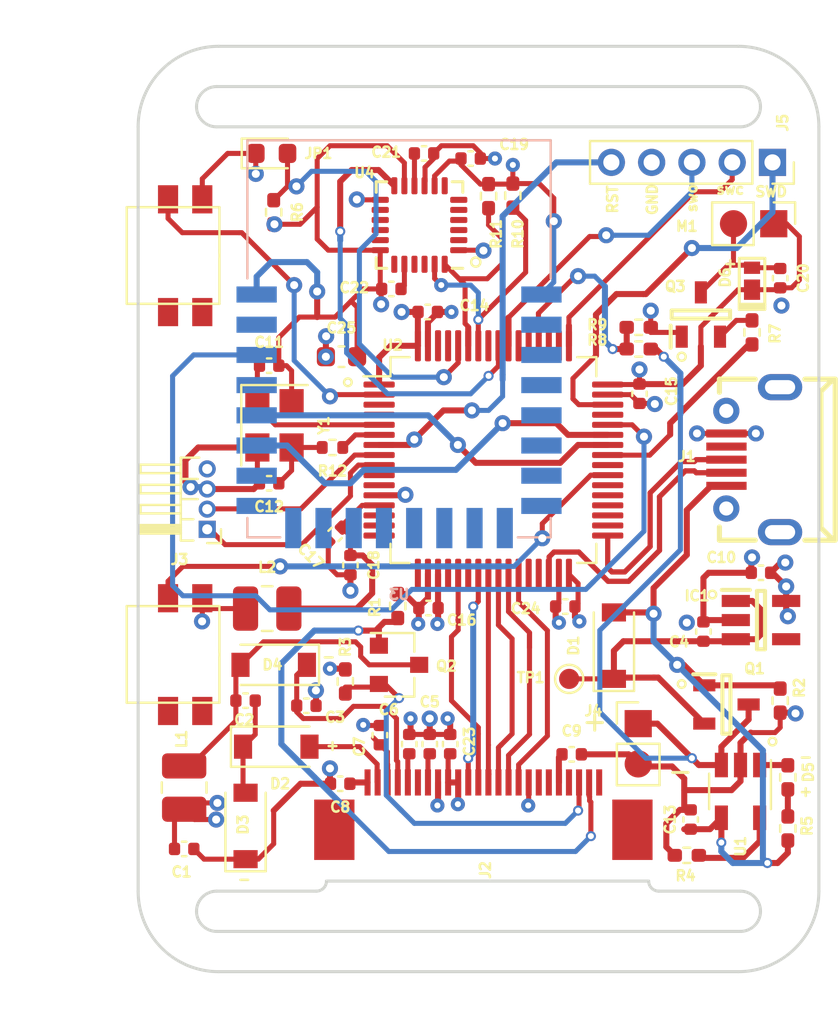
<source format=kicad_pcb>
(kicad_pcb (version 20171130) (host pcbnew 5.1.9-73d0e3b20d~88~ubuntu20.04.1)
  (title_block (title OpenSTMWatch) (date 2021-01-26))
  (layers (0 F.Cu signal) (1 In1.Cu power) (2 In2.Cu power) (31 B.Cu signal) (34 B.Paste user) (35 F.Paste user) (36 B.SilkS user) (37 F.SilkS user) (38 B.Mask user) (39 F.Mask user) (44 Edge.Cuts user))
  (net 0 "")
  (net 1 GND)
  (net 2 +3V3)
  (net 3 "Net-(C2-Pad2)")
  (net 4 "Net-(C2-Pad1)")
  (net 5 PREVGH)
  (net 6 "Net-(C4-Pad1)")
  (net 7 "Net-(C5-Pad1)")
  (net 8 "Net-(C6-Pad1)")
  (net 9 "Net-(C7-Pad1)")
  (net 10 "Net-(C8-Pad1)")
  (net 11 "Net-(C9-Pad1)")
  (net 12 "Net-(C11-Pad1)")
  (net 13 "Net-(C12-Pad1)")
  (net 14 +3.3VA)
  (net 15 "Net-(C20-Pad2)")
  (net 16 "Net-(C21-Pad1)")
  (net 17 "Net-(C22-Pad1)")
  (net 18 VBUS)
  (net 19 PREVGL)
  (net 20 "Net-(D5-Pad2)")
  (net 21 "Net-(D5-Pad1)")
  (net 22 USB_B+)
  (net 23 USB_B-)
  (net 24 BUSY)
  (net 25 RES)
  (net 26 DC)
  (net 27 MOSI)
  (net 28 SCK)
  (net 29 SS)
  (net 30 RESE)
  (net 31 GDR)
  (net 32 EXTSENSDA)
  (net 33 EXTSENSCL)
  (net 34 +BATT)
  (net 35 "Net-(JP1-Pad2)")
  (net 36 "Net-(Q3-Pad2)")
  (net 37 "Net-(R4-Pad1)")
  (net 38 VIB_MOT)
  (net 39 BATT_STAT)
  (net 40 imuSCL)
  (net 41 imuSDA)
  (net 42 BUT1)
  (net 43 BUT2)
  (net 44 INT)
  (net 45 Wakeup)
  (net 46 TXD)
  (net 47 RXD)
  (net 48 swdebug)
  (net 49 SWCLK)
  (net 50 TraceSWO)
  (net 51 "Net-(R12-Pad1)")
  (net 52 NRST)
  (module Capacitor_SMD:C_0402_1005Metric (layer F.Cu) (at 124.615 79.121)
    (fp_text reference C11 (at 0 -1.16) (layer F.SilkS) (effects (font (size 0.5 0.5))))
    (fp_text value C)
    (pad 2 smd roundrect (at 0.48 0) (size 0.56 0.62) (layers F.Cu F.Paste F.Mask) (net 1 GND))
    (pad 1 smd roundrect (at -0.48 0) (size 0.56 0.62) (layers F.Cu F.Paste F.Mask) (net 12 "Net-(C11-Pad1)"))
  )
  (module watchcomponents:Motor_Header (layer F.Cu) (at 142.9385 96.901)
    (fp_text reference J4 (at -2.2225 -0.635) (layer F.SilkS) (effects (font (size 0.5 0.5))))
    (fp_text value Conn_01x02)
    (pad 2 smd oval (at 0 2) (size 1.35 1.35) (layers F.Cu F.Paste F.Mask) (net 1 GND))
    (pad 1 smd rect (at 0 0) (size 1.35 1.35) (layers F.Cu F.Paste F.Mask) (net 34 +BATT))
  )
  (module Capacitor_SMD:C_0402_1005Metric (layer F.Cu) (at 145.542 101.6635 270)
    (fp_text reference C13 (at 0 1.016 90) (layer F.SilkS) (effects (font (size 0.5 0.5))))
    (fp_text value 1uf)
    (pad 2 smd roundrect (at 0.48 0 270) (size 0.56 0.62) (layers F.Cu F.Paste F.Mask) (net 18 VBUS))
    (pad 1 smd roundrect (at -0.48 0 270) (size 0.56 0.62) (layers F.Cu F.Paste F.Mask) (net 1 GND))
  )
  (module Connector_PinHeader_1.00mm:PinHeader_1x04_P1.00mm_Horizontal (layer F.Cu) (at 121.539 87.249 180)
    (fp_text reference J3 (at 1.375 -1.5) (layer F.SilkS) (effects (font (size 0.5 0.5))))
    (fp_text value Conn_01x04)
    (pad 4 thru_hole oval (at 0 3 180) (size 0.85 0.85) (drill 0.5) (layers *.Cu *.Mask) (net 2 +3V3))
    (pad 3 thru_hole oval (at 0 2 180) (size 0.85 0.85) (drill 0.5) (layers *.Cu *.Mask) (net 1 GND))
    (pad 2 thru_hole oval (at 0 1 180) (size 0.85 0.85) (drill 0.5) (layers *.Cu *.Mask) (net 33 EXTSENSCL))
    (pad 1 thru_hole rect (at 0 0 180) (size 0.85 0.85) (drill 0.5) (layers *.Cu *.Mask) (net 32 EXTSENSDA))
  )
  (module Connector_PinSocket_2.00mm:PinSocket_1x05_P2.00mm_Vertical (layer F.Cu) (at 149.606 69.0245 270)
    (fp_text reference J5 (at -1.9685 -0.508 90) (layer F.SilkS) (effects (font (size 0.5 0.5))))
    (fp_text value Conn_01x05)
    (pad 5 thru_hole oval (at 0 8 270) (size 1.35 1.35) (drill 0.8) (layers *.Cu *.Mask) (net 52 NRST))
    (pad 4 thru_hole oval (at 0 6 270) (size 1.35 1.35) (drill 0.8) (layers *.Cu *.Mask) (net 1 GND))
    (pad 3 thru_hole oval (at 0 4 270) (size 1.35 1.35) (drill 0.8) (layers *.Cu *.Mask) (net 50 TraceSWO))
    (pad 2 thru_hole oval (at 0 2 270) (size 1.35 1.35) (drill 0.8) (layers *.Cu *.Mask) (net 49 SWCLK))
    (pad 1 thru_hole rect (at 0 0 270) (size 1.35 1.35) (drill 0.8) (layers *.Cu *.Mask) (net 48 swdebug))
  )
  (module Capacitor_SMD:C_0402_1005Metric (layer F.Cu) (at 130.683 75.311 180)
    (fp_text reference C22 (at 1.8415 0.0635) (layer F.SilkS) (effects (font (size 0.5 0.5))))
    (fp_text value C)
    (pad 2 smd roundrect (at 0.48 0 180) (size 0.56 0.62) (layers F.Cu F.Paste F.Mask) (net 1 GND))
    (pad 1 smd roundrect (at -0.48 0 180) (size 0.56 0.62) (layers F.Cu F.Paste F.Mask) (net 17 "Net-(C22-Pad1)"))
  )
  (module Capacitor_SMD:C_0402_1005Metric (layer F.Cu) (at 132.306 68.58)
    (fp_text reference C21 (at -1.877 -0.0635) (layer F.SilkS) (effects (font (size 0.5 0.5))))
    (fp_text value C)
    (pad 2 smd roundrect (at 0.48 0) (size 0.56 0.62) (layers F.Cu F.Paste F.Mask) (net 1 GND))
    (pad 1 smd roundrect (at -0.48 0) (size 0.56 0.62) (layers F.Cu F.Paste F.Mask) (net 16 "Net-(C21-Pad1)"))
  )
  (module Capacitor_SMD:C_0402_1005Metric (layer F.Cu) (at 128.143 99.8855 180)
    (fp_text reference C8 (at 0 -1.16) (layer F.SilkS) (effects (font (size 0.5 0.5))))
    (fp_text value 1uf/50v)
    (pad 2 smd roundrect (at 0.48 0 180) (size 0.56 0.62) (layers F.Cu F.Paste F.Mask) (net 1 GND))
    (pad 1 smd roundrect (at -0.48 0 180) (size 0.56 0.62) (layers F.Cu F.Paste F.Mask) (net 10 "Net-(C8-Pad1)"))
  )
  (module Resistor_SMD:R_0402_1005Metric (layer F.Cu) (at 127.76 83.185 180)
    (fp_text reference R12 (at 0 -1.17) (layer F.SilkS) (effects (font (size 0.5 0.5))))
    (fp_text value 5)
    (pad 2 smd roundrect (at 0.51 0 180) (size 0.54 0.64) (layers F.Cu F.Paste F.Mask) (net 13 "Net-(C12-Pad1)"))
    (pad 1 smd roundrect (at -0.51 0 180) (size 0.54 0.64) (layers F.Cu F.Paste F.Mask) (net 51 "Net-(R12-Pad1)"))
  )
  (module Capacitor_SMD:C_0402_1005Metric (layer F.Cu) (at 133.604 97.917 270)
    (fp_text reference C23 (at -0.127 -0.9525 90) (layer F.SilkS) (effects (font (size 0.5 0.5))))
    (fp_text value 1uf/50v)
    (pad 2 smd roundrect (at 0.48 0 270) (size 0.56 0.62) (layers F.Cu F.Paste F.Mask) (net 2 +3V3))
    (pad 1 smd roundrect (at -0.48 0 270) (size 0.56 0.62) (layers F.Cu F.Paste F.Mask) (net 1 GND))
  )
  (module Capacitor_SMD:C_0402_1005Metric (layer F.Cu) (at 134.62 68.834)
    (fp_text reference C19 (at 2.159 -0.6985) (layer F.SilkS) (effects (font (size 0.5 0.5))))
    (fp_text value C)
    (pad 2 smd roundrect (at 0.48 0) (size 0.56 0.62) (layers F.Cu F.Paste F.Mask) (net 1 GND))
    (pad 1 smd roundrect (at -0.48 0) (size 0.56 0.62) (layers F.Cu F.Paste F.Mask) (net 2 +3V3))
  )
  (module Capacitor_SMD:C_0402_1005Metric (layer F.Cu) (at 128.651 89.027 270)
    (fp_text reference C18 (at 0 -1.16 90) (layer F.SilkS) (effects (font (size 0.5 0.5))))
    (fp_text value C)
    (pad 2 smd roundrect (at 0.48 0 270) (size 0.56 0.62) (layers F.Cu F.Paste F.Mask) (net 1 GND))
    (pad 1 smd roundrect (at -0.48 0 270) (size 0.56 0.62) (layers F.Cu F.Paste F.Mask) (net 14 +3.3VA))
  )
  (module Capacitor_SMD:C_0402_1005Metric (layer F.Cu) (at 127.889 87.503 225)
    (fp_text reference C17 (at 1.616446 0.089803 135) (layer F.SilkS) (effects (font (size 0.5 0.5))))
    (fp_text value C)
    (pad 2 smd roundrect (at 0.48 0 225) (size 0.56 0.62) (layers F.Cu F.Paste F.Mask) (net 1 GND))
    (pad 1 smd roundrect (at -0.48 0 225) (size 0.56 0.62) (layers F.Cu F.Paste F.Mask) (net 14 +3.3VA))
  )
  (module Capacitor_SMD:C_0402_1005Metric (layer F.Cu) (at 132.5245 91.1606 180)
    (fp_text reference C16 (at -1.651 -0.5969) (layer F.SilkS) (effects (font (size 0.5 0.5))))
    (fp_text value C)
    (pad 2 smd roundrect (at 0.48 0 180) (size 0.56 0.62) (layers F.Cu F.Paste F.Mask) (net 1 GND))
    (pad 1 smd roundrect (at -0.48 0 180) (size 0.56 0.62) (layers F.Cu F.Paste F.Mask) (net 2 +3V3))
  )
  (module Capacitor_SMD:C_0402_1005Metric (layer F.Cu) (at 143.002 80.518 270)
    (fp_text reference C15 (at -0.127 -1.5875 90) (layer F.SilkS) (effects (font (size 0.5 0.5))))
    (fp_text value C)
    (pad 2 smd roundrect (at 0.48 0 270) (size 0.56 0.62) (layers F.Cu F.Paste F.Mask) (net 1 GND))
    (pad 1 smd roundrect (at -0.48 0 270) (size 0.56 0.62) (layers F.Cu F.Paste F.Mask) (net 2 +3V3))
  )
  (module Capacitor_SMD:C_0402_1005Metric (layer F.Cu) (at 132.489 76.454)
    (fp_text reference C14 (at 2.3215 -0.3175) (layer F.SilkS) (effects (font (size 0.5 0.5))))
    (fp_text value C)
    (pad 2 smd roundrect (at 0.48 0) (size 0.56 0.62) (layers F.Cu F.Paste F.Mask) (net 1 GND))
    (pad 1 smd roundrect (at -0.48 0) (size 0.56 0.62) (layers F.Cu F.Paste F.Mask) (net 2 +3V3))
  )
  (module Capacitor_SMD:C_0402_1005Metric (layer F.Cu) (at 124.615 84.963 180)
    (fp_text reference C12 (at 0 -1.16) (layer F.SilkS) (effects (font (size 0.5 0.5))))
    (fp_text value C)
    (pad 2 smd roundrect (at 0.48 0 180) (size 0.56 0.62) (layers F.Cu F.Paste F.Mask) (net 1 GND))
    (pad 1 smd roundrect (at -0.48 0 180) (size 0.56 0.62) (layers F.Cu F.Paste F.Mask) (net 13 "Net-(C12-Pad1)"))
  )
  (module Capacitor_SMD:C_0402_1005Metric (layer F.Cu) (at 149.0345 89.408 180)
    (fp_text reference C10 (at 1.9685 0.762) (layer F.SilkS) (effects (font (size 0.5 0.5))))
    (fp_text value 4.7uf/50v)
    (pad 2 smd roundrect (at 0.48 0 180) (size 0.56 0.62) (layers F.Cu F.Paste F.Mask) (net 1 GND))
    (pad 1 smd roundrect (at -0.48 0 180) (size 0.56 0.62) (layers F.Cu F.Paste F.Mask) (net 2 +3V3))
  )
  (module Capacitor_SMD:C_0402_1005Metric (layer F.Cu) (at 139.6365 98.425)
    (fp_text reference C9 (at 0 -1.16) (layer F.SilkS) (effects (font (size 0.5 0.5))))
    (fp_text value 1uf/50v)
    (pad 2 smd roundrect (at 0.48 0) (size 0.56 0.62) (layers F.Cu F.Paste F.Mask) (net 1 GND))
    (pad 1 smd roundrect (at -0.48 0) (size 0.56 0.62) (layers F.Cu F.Paste F.Mask) (net 11 "Net-(C9-Pad1)"))
  )
  (module Capacitor_SMD:C_0402_1005Metric (layer F.Cu) (at 130.1115 97.4725 90)
    (fp_text reference C7 (at -0.5715 -1.016 90) (layer F.SilkS) (effects (font (size 0.5 0.5))))
    (fp_text value 1uf/50v)
    (pad 2 smd roundrect (at 0.48 0 90) (size 0.56 0.62) (layers F.Cu F.Paste F.Mask) (net 1 GND))
    (pad 1 smd roundrect (at -0.48 0 90) (size 0.56 0.62) (layers F.Cu F.Paste F.Mask) (net 9 "Net-(C7-Pad1)"))
  )
  (module Capacitor_SMD:C_0402_1005Metric (layer F.Cu) (at 131.572 97.917 90)
    (fp_text reference C6 (at 1.7145 -1.016 180) (layer F.SilkS) (effects (font (size 0.5 0.5) (thickness 0.125))))
    (fp_text value 1uf/50v)
    (pad 2 smd roundrect (at 0.48 0 90) (size 0.56 0.62) (layers F.Cu F.Paste F.Mask) (net 1 GND))
    (pad 1 smd roundrect (at -0.48 0 90) (size 0.56 0.62) (layers F.Cu F.Paste F.Mask) (net 8 "Net-(C6-Pad1)"))
  )
  (module Capacitor_SMD:C_0402_1005Metric (layer F.Cu) (at 132.588 97.917 90)
    (fp_text reference C5 (at 2.0955 0 180) (layer F.SilkS) (effects (font (size 0.5 0.5))))
    (fp_text value 1uf/50v)
    (pad 2 smd roundrect (at 0.48 0 90) (size 0.56 0.62) (layers F.Cu F.Paste F.Mask) (net 1 GND))
    (pad 1 smd roundrect (at -0.48 0 90) (size 0.56 0.62) (layers F.Cu F.Paste F.Mask) (net 7 "Net-(C5-Pad1)"))
  )
  (module Capacitor_SMD:C_0402_1005Metric (layer F.Cu) (at 146.177 92.329 90)
    (fp_text reference C4 (at -0.508 -1.2065 180) (layer F.SilkS) (effects (font (size 0.5 0.5))))
    (fp_text value 1uf)
    (pad 2 smd roundrect (at 0.48 0 90) (size 0.56 0.62) (layers F.Cu F.Paste F.Mask) (net 1 GND))
    (pad 1 smd roundrect (at -0.48 0 90) (size 0.56 0.62) (layers F.Cu F.Paste F.Mask) (net 6 "Net-(C4-Pad1)"))
  )
  (module Capacitor_SMD:C_0402_1005Metric (layer F.Cu) (at 126.464 96.012)
    (fp_text reference C3 (at 1.425 0.5715) (layer F.SilkS) (effects (font (size 0.5 0.5))))
    (fp_text value 1uf/50v)
    (pad 2 smd roundrect (at 0.48 0) (size 0.56 0.62) (layers F.Cu F.Paste F.Mask) (net 1 GND))
    (pad 1 smd roundrect (at -0.48 0) (size 0.56 0.62) (layers F.Cu F.Paste F.Mask) (net 5 PREVGH))
  )
  (module Capacitor_SMD:C_0402_1005Metric (layer F.Cu) (at 123.444 95.758 180)
    (fp_text reference C2 (at 0.0635 -0.9525) (layer F.SilkS) (effects (font (size 0.5 0.5) (thickness 0.125))))
    (fp_text value 4.7uf/50v)
    (pad 2 smd roundrect (at 0.48 0 180) (size 0.56 0.62) (layers F.Cu F.Paste F.Mask) (net 3 "Net-(C2-Pad2)"))
    (pad 1 smd roundrect (at -0.48 0 180) (size 0.56 0.62) (layers F.Cu F.Paste F.Mask) (net 4 "Net-(C2-Pad1)"))
  )
  (module Capacitor_SMD:C_0402_1005Metric (layer F.Cu) (at 120.396 103.124)
    (fp_text reference C1 (at -0.127 1.143) (layer F.SilkS) (effects (font (size 0.5 0.5))))
    (fp_text value 4.7uF/50v)
    (pad 2 smd roundrect (at 0.48 0) (size 0.56 0.62) (layers F.Cu F.Paste F.Mask) (net 1 GND))
    (pad 1 smd roundrect (at -0.48 0) (size 0.56 0.62) (layers F.Cu F.Paste F.Mask) (net 2 +3V3))
  )
  (module USBLCSC:MICRO-USB-SMD_MICROXNJ (layer F.Cu) (at 148.647 83.79 90)
    (fp_text reference J1 (at 0.1605 -3.8035 180) (layer F.SilkS) (effects (font (size 0.5 0.5) (thickness 0.152)) (justify left)))
    (fp_text value USB hide)
    (pad 5 smd rect (at 1.3 -1.327) (size 2 0.4) (layers F.Cu F.Paste F.Mask) (net 1 GND))
    (pad 4 smd rect (at 0.65 -1.327) (size 2 0.4) (layers F.Cu F.Paste F.Mask))
    (pad 3 smd rect (at 0 -1.327) (size 2 0.4) (layers F.Cu F.Paste F.Mask) (net 22 USB_B+))
    (pad 2 smd rect (at -0.65 -1.327) (size 2 0.4) (layers F.Cu F.Paste F.Mask) (net 23 USB_B-))
    (pad 1 smd rect (at -1.3 -1.327) (size 2 0.4) (layers F.Cu F.Paste F.Mask) (net 18 VBUS))
    (pad 7 thru_hole oval (at 3.6 1.335 90) (size 1.3 2.2) (drill oval 0.7 1.5) (layers *.Cu *.Paste *.Mask))
    (pad 8 thru_hole oval (at -3.6 1.335 90) (size 1.3 2.2) (drill oval 0.7 1.5) (layers *.Cu *.Paste *.Mask))
    (pad 9 thru_hole circle (at -2.425 -1.335 90) (size 1.3 1.3) (drill 0.7) (layers *.Cu *.Paste *.Mask))
    (pad 6 thru_hole circle (at 2.425 -1.335 90) (size 1.3 1.3) (drill 0.7) (layers *.Cu *.Paste *.Mask))
  )
  (module DiodeU-DFN1608-2:U-DFN1608-2_L1.6-W0.8-RD (layer F.Cu) (at 148.59 74.803 90)
    (fp_text reference D6 (at -0.508 -1.3335 90) (layer F.SilkS) (effects (font (size 0.5 0.5) (thickness 0.152)) (justify left)))
    (fp_text value Diode hide)
    (pad 1 smd rect (at -0.545 0 180) (size 0.8 1.01) (layers F.Cu F.Paste F.Mask) (net 2 +3V3))
    (pad 2 smd rect (at 0.545 0 180) (size 0.8 0.61) (layers F.Cu F.Paste F.Mask) (net 15 "Net-(C20-Pad2)"))
  )
  (module Crystal:Crystal_SMD_3225-4Pin_3.2x2.5mm (layer F.Cu) (at 124.88 82.085 270)
    (fp_text reference Y1 (at 0 -2.45 90) (layer F.SilkS) (effects (font (size 0.5 0.5))))
    (fp_text value Crystal_GND24)
    (pad 4 smd rect (at -1.1 -0.85 270) (size 1.4 1.2) (layers F.Cu F.Paste F.Mask) (net 1 GND))
    (pad 3 smd rect (at 1.1 -0.85 270) (size 1.4 1.2) (layers F.Cu F.Paste F.Mask) (net 13 "Net-(C12-Pad1)"))
    (pad 2 smd rect (at 1.1 0.85 270) (size 1.4 1.2) (layers F.Cu F.Paste F.Mask) (net 1 GND))
    (pad 1 smd rect (at -1.1 0.85 270) (size 1.4 1.2) (layers F.Cu F.Paste F.Mask) (net 12 "Net-(C11-Pad1)"))
  )
  (module Sensor_Motion:InvenSense_QFN-24_4x4mm_P0.5mm (layer F.Cu) (at 132.08 72.136 180)
    (fp_text reference U4 (at 2.7305 2.6035) (layer F.SilkS) (effects (font (size 0.5 0.5))))
    (fp_text value MPU-6050)
    (pad 24 smd roundrect (at -1.25 -1.95 270) (size 0.85 0.3) (layers F.Cu F.Paste F.Mask) (net 41 imuSDA))
    (pad 23 smd roundrect (at -0.75 -1.95 270) (size 0.85 0.3) (layers F.Cu F.Paste F.Mask) (net 40 imuSCL))
    (pad 22 smd roundrect (at -0.25 -1.95 270) (size 0.85 0.3) (layers F.Cu F.Paste F.Mask))
    (pad 21 smd roundrect (at 0.25 -1.95 270) (size 0.85 0.3) (layers F.Cu F.Paste F.Mask))
    (pad 20 smd roundrect (at 0.75 -1.95 270) (size 0.85 0.3) (layers F.Cu F.Paste F.Mask) (net 17 "Net-(C22-Pad1)"))
    (pad 19 smd roundrect (at 1.25 -1.95 270) (size 0.85 0.3) (layers F.Cu F.Paste F.Mask))
    (pad 18 smd roundrect (at 1.95 -1.25 180) (size 0.85 0.3) (layers F.Cu F.Paste F.Mask) (net 1 GND))
    (pad 17 smd roundrect (at 1.95 -0.75 180) (size 0.85 0.3) (layers F.Cu F.Paste F.Mask))
    (pad 16 smd roundrect (at 1.95 -0.25 180) (size 0.85 0.3) (layers F.Cu F.Paste F.Mask))
    (pad 15 smd roundrect (at 1.95 0.25 180) (size 0.85 0.3) (layers F.Cu F.Paste F.Mask))
    (pad 14 smd roundrect (at 1.95 0.75 180) (size 0.85 0.3) (layers F.Cu F.Paste F.Mask))
    (pad 13 smd roundrect (at 1.95 1.25 180) (size 0.85 0.3) (layers F.Cu F.Paste F.Mask) (net 2 +3V3))
    (pad 12 smd roundrect (at 1.25 1.95 270) (size 0.85 0.3) (layers F.Cu F.Paste F.Mask) (net 44 INT))
    (pad 11 smd roundrect (at 0.75 1.95 270) (size 0.85 0.3) (layers F.Cu F.Paste F.Mask) (net 1 GND))
    (pad 10 smd roundrect (at 0.25 1.95 270) (size 0.85 0.3) (layers F.Cu F.Paste F.Mask) (net 16 "Net-(C21-Pad1)"))
    (pad 9 smd roundrect (at -0.25 1.95 270) (size 0.85 0.3) (layers F.Cu F.Paste F.Mask) (net 1 GND))
    (pad 8 smd roundrect (at -0.75 1.95 270) (size 0.85 0.3) (layers F.Cu F.Paste F.Mask) (net 2 +3V3))
    (pad 7 smd roundrect (at -1.25 1.95 270) (size 0.85 0.3) (layers F.Cu F.Paste F.Mask))
    (pad 6 smd roundrect (at -1.95 1.25 180) (size 0.85 0.3) (layers F.Cu F.Paste F.Mask))
    (pad 5 smd roundrect (at -1.95 0.75 180) (size 0.85 0.3) (layers F.Cu F.Paste F.Mask))
    (pad 4 smd roundrect (at -1.95 0.25 180) (size 0.85 0.3) (layers F.Cu F.Paste F.Mask))
    (pad 3 smd roundrect (at -1.95 -0.25 180) (size 0.85 0.3) (layers F.Cu F.Paste F.Mask))
    (pad 2 smd roundrect (at -1.95 -0.75 180) (size 0.85 0.3) (layers F.Cu F.Paste F.Mask))
    (pad 1 smd roundrect (at -1.95 -1.25 180) (size 0.85 0.3) (layers F.Cu F.Paste F.Mask) (net 1 GND))
  )
  (module JDY-08:JDY-08_HandSoldering (layer B.Cu) (at 131.064 77.7875 180)
    (fp_text reference U3 (at 0 -12.7) (layer B.SilkS) (effects (font (size 0.5 0.5)) (justify mirror)))
    (fp_text value JDY-08)
    (pad 16 smd rect (at 5.25 -9.4) (size 0.8 2) (layers B.Cu B.Paste B.Mask))
    (pad 15 smd rect (at 3.75 -9.4) (size 0.8 2) (layers B.Cu B.Paste B.Mask))
    (pad 14 smd rect (at 2.25 -9.4) (size 0.8 2) (layers B.Cu B.Paste B.Mask))
    (pad 13 smd rect (at 0.75 -9.4) (size 0.8 2) (layers B.Cu B.Paste B.Mask))
    (pad 12 smd rect (at -0.75 -9.4) (size 0.8 2) (layers B.Cu B.Paste B.Mask))
    (pad 11 smd rect (at -2.25 -9.4) (size 0.8 2) (layers B.Cu B.Paste B.Mask))
    (pad 10 smd rect (at -3.75 -9.4) (size 0.8 2) (layers B.Cu B.Paste B.Mask))
    (pad 8 smd rect (at -7.07 -8.3) (size 2 0.8) (layers B.Cu B.Paste B.Mask))
    (pad 17 smd rect (at 7.07 -8.3) (size 2 0.8) (layers B.Cu B.Paste B.Mask))
    (pad 18 smd rect (at 7.07 -6.8) (size 2 0.8) (layers B.Cu B.Paste B.Mask))
    (pad 7 smd rect (at -7.07 -6.8) (size 2 0.8) (layers B.Cu B.Paste B.Mask))
    (pad 6 smd rect (at -7.07 -5.3) (size 2 0.8) (layers B.Cu B.Paste B.Mask))
    (pad 19 smd rect (at 7.07 -5.3) (size 2 0.8) (layers B.Cu B.Paste B.Mask) (net 46 TXD))
    (pad 20 smd rect (at 7.07 -3.8) (size 2 0.8) (layers B.Cu B.Paste B.Mask) (net 47 RXD))
    (pad 5 smd rect (at -7.07 -3.8) (size 2 0.8) (layers B.Cu B.Paste B.Mask))
    (pad 4 smd rect (at -7.07 -2.3) (size 2 0.8) (layers B.Cu B.Paste B.Mask))
    (pad 21 smd rect (at 7.07 -2.3) (size 2 0.8) (layers B.Cu B.Paste B.Mask))
    (pad 22 smd rect (at 7.07 -0.8) (size 2 0.8) (layers B.Cu B.Paste B.Mask) (net 45 Wakeup))
    (pad 3 smd rect (at -7.07 -0.8) (size 2 0.8) (layers B.Cu B.Paste B.Mask))
    (pad 2 smd rect (at -7.07 0.7) (size 2 0.8) (layers B.Cu B.Paste B.Mask))
    (pad 23 smd rect (at 7.07 0.7) (size 2 0.8) (layers B.Cu B.Paste B.Mask))
    (pad 24 smd rect (at 7.07 2.2) (size 2 0.8) (layers B.Cu B.Paste B.Mask) (net 1 GND))
    (pad 9 smd rect (at -5.25 -9.4) (size 0.8 2) (layers B.Cu B.Paste B.Mask))
    (pad 1 smd rect (at -7.07 2.2) (size 2 0.8) (layers B.Cu B.Paste B.Mask) (net 2 +3V3))
  )
  (module Package_QFP:LQFP-64_10x10mm_P0.5mm (layer F.Cu) (at 135.7496 83.8092)
    (fp_text reference U2 (at -5.0031 -5.7042) (layer F.SilkS) (effects (font (size 0.5 0.5))))
    (fp_text value STM32L476RGTx)
    (pad 64 smd roundrect (at -3.75 -5.675) (size 0.3 1.55) (layers F.Cu F.Paste F.Mask) (net 2 +3V3))
    (pad 63 smd roundrect (at -3.25 -5.675) (size 0.3 1.55) (layers F.Cu F.Paste F.Mask) (net 1 GND))
    (pad 62 smd roundrect (at -2.75 -5.675) (size 0.3 1.55) (layers F.Cu F.Paste F.Mask))
    (pad 61 smd roundrect (at -2.25 -5.675) (size 0.3 1.55) (layers F.Cu F.Paste F.Mask))
    (pad 60 smd roundrect (at -1.75 -5.675) (size 0.3 1.55) (layers F.Cu F.Paste F.Mask) (net 35 "Net-(JP1-Pad2)"))
    (pad 59 smd roundrect (at -1.25 -5.675) (size 0.3 1.55) (layers F.Cu F.Paste F.Mask) (net 41 imuSDA))
    (pad 58 smd roundrect (at -0.75 -5.675) (size 0.3 1.55) (layers F.Cu F.Paste F.Mask) (net 40 imuSCL))
    (pad 57 smd roundrect (at -0.25 -5.675) (size 0.3 1.55) (layers F.Cu F.Paste F.Mask))
    (pad 56 smd roundrect (at 0.25 -5.675) (size 0.3 1.55) (layers F.Cu F.Paste F.Mask) (net 44 INT))
    (pad 55 smd roundrect (at 0.75 -5.675) (size 0.3 1.55) (layers F.Cu F.Paste F.Mask) (net 50 TraceSWO))
    (pad 54 smd roundrect (at 1.25 -5.675) (size 0.3 1.55) (layers F.Cu F.Paste F.Mask))
    (pad 53 smd roundrect (at 1.75 -5.675) (size 0.3 1.55) (layers F.Cu F.Paste F.Mask))
    (pad 52 smd roundrect (at 2.25 -5.675) (size 0.3 1.55) (layers F.Cu F.Paste F.Mask) (net 39 BATT_STAT))
    (pad 51 smd roundrect (at 2.75 -5.675) (size 0.3 1.55) (layers F.Cu F.Paste F.Mask))
    (pad 50 smd roundrect (at 3.25 -5.675) (size 0.3 1.55) (layers F.Cu F.Paste F.Mask))
    (pad 49 smd roundrect (at 3.75 -5.675) (size 0.3 1.55) (layers F.Cu F.Paste F.Mask) (net 49 SWCLK))
    (pad 48 smd roundrect (at 5.675 -3.75) (size 1.55 0.3) (layers F.Cu F.Paste F.Mask) (net 2 +3V3))
    (pad 47 smd roundrect (at 5.675 -3.25) (size 1.55 0.3) (layers F.Cu F.Paste F.Mask) (net 1 GND))
    (pad 46 smd roundrect (at 5.675 -2.75) (size 1.55 0.3) (layers F.Cu F.Paste F.Mask) (net 48 swdebug))
    (pad 45 smd roundrect (at 5.675 -2.25) (size 1.55 0.3) (layers F.Cu F.Paste F.Mask))
    (pad 44 smd roundrect (at 5.675 -1.75) (size 1.55 0.3) (layers F.Cu F.Paste F.Mask) (net 45 Wakeup))
    (pad 43 smd roundrect (at 5.675 -1.25) (size 1.55 0.3) (layers F.Cu F.Paste F.Mask) (net 46 TXD))
    (pad 42 smd roundrect (at 5.675 -0.75) (size 1.55 0.3) (layers F.Cu F.Paste F.Mask) (net 47 RXD))
    (pad 41 smd roundrect (at 5.675 -0.25) (size 1.55 0.3) (layers F.Cu F.Paste F.Mask) (net 38 VIB_MOT))
    (pad 40 smd roundrect (at 5.675 0.25) (size 1.55 0.3) (layers F.Cu F.Paste F.Mask))
    (pad 39 smd roundrect (at 5.675 0.75) (size 1.55 0.3) (layers F.Cu F.Paste F.Mask) (net 42 BUT1))
    (pad 38 smd roundrect (at 5.675 1.25) (size 1.55 0.3) (layers F.Cu F.Paste F.Mask))
    (pad 37 smd roundrect (at 5.675 1.75) (size 1.55 0.3) (layers F.Cu F.Paste F.Mask))
    (pad 36 smd roundrect (at 5.675 2.25) (size 1.55 0.3) (layers F.Cu F.Paste F.Mask))
    (pad 35 smd roundrect (at 5.675 2.75) (size 1.55 0.3) (layers F.Cu F.Paste F.Mask))
    (pad 34 smd roundrect (at 5.675 3.25) (size 1.55 0.3) (layers F.Cu F.Paste F.Mask))
    (pad 33 smd roundrect (at 5.675 3.75) (size 1.55 0.3) (layers F.Cu F.Paste F.Mask) (net 22 USB_B+))
    (pad 32 smd roundrect (at 3.75 5.675) (size 0.3 1.55) (layers F.Cu F.Paste F.Mask) (net 2 +3V3))
    (pad 31 smd roundrect (at 3.25 5.675) (size 0.3 1.55) (layers F.Cu F.Paste F.Mask) (net 1 GND))
    (pad 30 smd roundrect (at 2.75 5.675) (size 0.3 1.55) (layers F.Cu F.Paste F.Mask) (net 23 USB_B-))
    (pad 29 smd roundrect (at 2.25 5.675) (size 0.3 1.55) (layers F.Cu F.Paste F.Mask))
    (pad 28 smd roundrect (at 1.75 5.675) (size 0.3 1.55) (layers F.Cu F.Paste F.Mask))
    (pad 27 smd roundrect (at 1.25 5.675) (size 0.3 1.55) (layers F.Cu F.Paste F.Mask) (net 24 BUSY))
    (pad 26 smd roundrect (at 0.75 5.675) (size 0.3 1.55) (layers F.Cu F.Paste F.Mask) (net 25 RES))
    (pad 25 smd roundrect (at 0.25 5.675) (size 0.3 1.55) (layers F.Cu F.Paste F.Mask) (net 26 DC))
    (pad 24 smd roundrect (at -0.25 5.675) (size 0.3 1.55) (layers F.Cu F.Paste F.Mask) (net 29 SS))
    (pad 23 smd roundrect (at -0.75 5.675) (size 0.3 1.55) (layers F.Cu F.Paste F.Mask) (net 27 MOSI))
    (pad 22 smd roundrect (at -1.25 5.675) (size 0.3 1.55) (layers F.Cu F.Paste F.Mask))
    (pad 21 smd roundrect (at -1.75 5.675) (size 0.3 1.55) (layers F.Cu F.Paste F.Mask) (net 28 SCK))
    (pad 20 smd roundrect (at -2.25 5.675) (size 0.3 1.55) (layers F.Cu F.Paste F.Mask))
    (pad 19 smd roundrect (at -2.75 5.675) (size 0.3 1.55) (layers F.Cu F.Paste F.Mask) (net 2 +3V3))
    (pad 18 smd roundrect (at -3.25 5.675) (size 0.3 1.55) (layers F.Cu F.Paste F.Mask) (net 1 GND))
    (pad 17 smd roundrect (at -3.75 5.675) (size 0.3 1.55) (layers F.Cu F.Paste F.Mask))
    (pad 16 smd roundrect (at -5.675 3.75) (size 1.55 0.3) (layers F.Cu F.Paste F.Mask))
    (pad 15 smd roundrect (at -5.675 3.25) (size 1.55 0.3) (layers F.Cu F.Paste F.Mask))
    (pad 14 smd roundrect (at -5.675 2.75) (size 1.55 0.3) (layers F.Cu F.Paste F.Mask))
    (pad 13 smd roundrect (at -5.675 2.25) (size 1.55 0.3) (layers F.Cu F.Paste F.Mask) (net 14 +3.3VA))
    (pad 12 smd roundrect (at -5.675 1.75) (size 1.55 0.3) (layers F.Cu F.Paste F.Mask) (net 1 GND))
    (pad 11 smd roundrect (at -5.675 1.25) (size 1.55 0.3) (layers F.Cu F.Paste F.Mask))
    (pad 10 smd roundrect (at -5.675 0.75) (size 1.55 0.3) (layers F.Cu F.Paste F.Mask))
    (pad 9 smd roundrect (at -5.675 0.25) (size 1.55 0.3) (layers F.Cu F.Paste F.Mask) (net 32 EXTSENSDA))
    (pad 8 smd roundrect (at -5.675 -0.25) (size 1.55 0.3) (layers F.Cu F.Paste F.Mask) (net 33 EXTSENSCL))
    (pad 7 smd roundrect (at -5.675 -0.75) (size 1.55 0.3) (layers F.Cu F.Paste F.Mask) (net 52 NRST))
    (pad 6 smd roundrect (at -5.675 -1.25) (size 1.55 0.3) (layers F.Cu F.Paste F.Mask) (net 51 "Net-(R12-Pad1)"))
    (pad 5 smd roundrect (at -5.675 -1.75) (size 1.55 0.3) (layers F.Cu F.Paste F.Mask) (net 12 "Net-(C11-Pad1)"))
    (pad 4 smd roundrect (at -5.675 -2.25) (size 1.55 0.3) (layers F.Cu F.Paste F.Mask))
    (pad 3 smd roundrect (at -5.675 -2.75) (size 1.55 0.3) (layers F.Cu F.Paste F.Mask))
    (pad 2 smd roundrect (at -5.675 -3.25) (size 1.55 0.3) (layers F.Cu F.Paste F.Mask) (net 43 BUT2))
    (pad 1 smd roundrect (at -5.675 -3.75) (size 1.55 0.3) (layers F.Cu F.Paste F.Mask) (net 2 +3V3))
  )
  (module Package_TO_SOT_SMD:TSOT-23-5 (layer F.Cu) (at 148.0185 100.2665 270)
    (fp_text reference U1 (at 2.7305 0 90) (layer F.SilkS) (effects (font (size 0.5 0.5))))
    (fp_text value " TP4054")
    (pad 5 smd rect (at 1.31 -0.95 270) (size 1.22 0.65) (layers F.Cu F.Paste F.Mask) (net 37 "Net-(R4-Pad1)"))
    (pad 4 smd rect (at 1.31 0.95 270) (size 1.22 0.65) (layers F.Cu F.Paste F.Mask) (net 18 VBUS))
    (pad 3 smd rect (at -1.31 0.95 270) (size 1.22 0.65) (layers F.Cu F.Paste F.Mask) (net 34 +BATT))
    (pad 2 smd rect (at -1.31 0 270) (size 1.22 0.65) (layers F.Cu F.Paste F.Mask) (net 1 GND))
    (pad 1 smd rect (at -1.31 -0.95 270) (size 1.22 0.65) (layers F.Cu F.Paste F.Mask) (net 21 "Net-(D5-Pad1)"))
  )
  (module TestPoint:TestPoint_Pad_D1.0mm (layer F.Cu) (at 139.5095 94.6785)
    (fp_text reference TP1 (at -1.905 -0.0635) (layer F.SilkS) (effects (font (size 0.5 0.5) (thickness 0.125))))
    (fp_text value TestPoint)
    (pad 1 smd circle (at 0 0) (size 1 1) (layers F.Cu F.Mask) (net 6 "Net-(C4-Pad1)"))
  )
  (module watchcomponents:K2-1114SA-A4SW-06 (layer F.Cu) (at 120.396 73.66 90)
    (fp_text reference S2 hide)
    (fp_text value GPTS203211B)
    (pad "" np_thru_hole circle (at 0 1.3 90) (size 0.8 0.8) (drill 0.8) (layers *.Cu *.Mask))
    (pad "" np_thru_hole circle (at 0 -1.3 90) (size 0.8 0.8) (drill 0.8) (layers *.Cu *.Mask))
    (pad 2 smd rect (at 2.8 0.9 90) (size 1.4 1) (layers F.Cu F.Paste F.Mask) (net 2 +3V3))
    (pad "" smd rect (at -2.8 0.9 90) (size 1.4 1) (layers F.Cu F.Paste F.Mask))
    (pad 1 smd rect (at 2.8 -0.8 90) (size 1.4 1) (layers F.Cu F.Paste F.Mask) (net 43 BUT2))
    (pad "" smd rect (at -2.8 -0.8 90) (size 1.4 1) (layers F.Cu F.Paste F.Mask))
  )
  (module watchcomponents:K2-1114SA-A4SW-06 (layer F.Cu) (at 120.396 93.472 90)
    (fp_text reference S1 hide)
    (fp_text value GPTS203211B)
    (pad "" np_thru_hole circle (at 0 1.3 90) (size 0.8 0.8) (drill 0.8) (layers *.Cu *.Mask))
    (pad "" np_thru_hole circle (at 0 -1.3 90) (size 0.8 0.8) (drill 0.8) (layers *.Cu *.Mask))
    (pad 2 smd rect (at 2.8 0.9 90) (size 1.4 1) (layers F.Cu F.Paste F.Mask) (net 2 +3V3))
    (pad "" smd rect (at -2.8 0.9 90) (size 1.4 1) (layers F.Cu F.Paste F.Mask))
    (pad 1 smd rect (at 2.8 -0.8 90) (size 1.4 1) (layers F.Cu F.Paste F.Mask) (net 42 BUT1))
    (pad "" smd rect (at -2.8 -0.8 90) (size 1.4 1) (layers F.Cu F.Paste F.Mask))
  )
  (module Resistor_SMD:R_0402_1005Metric_Pad0.72x0.64mm_HandSolder (layer F.Cu) (at 135.509 70.7015 90)
    (fp_text reference R11 (at -1.879 0.381 90) (layer F.SilkS) (effects (font (size 0.5 0.5))))
    (fp_text value 2.2k)
    (pad 2 smd roundrect (at 0.5975 0 90) (size 0.715 0.64) (layers F.Cu F.Paste F.Mask) (net 2 +3V3))
    (pad 1 smd roundrect (at -0.5975 0 90) (size 0.715 0.64) (layers F.Cu F.Paste F.Mask) (net 41 imuSDA))
  )
  (module Resistor_SMD:R_0402_1005Metric_Pad0.72x0.64mm_HandSolder (layer F.Cu) (at 136.7155 70.6755 90)
    (fp_text reference R10 (at -1.905 0.254 90) (layer F.SilkS) (effects (font (size 0.5 0.5))))
    (fp_text value 2.2k)
    (pad 2 smd roundrect (at 0.5975 0 90) (size 0.715 0.64) (layers F.Cu F.Paste F.Mask) (net 2 +3V3))
    (pad 1 smd roundrect (at -0.5975 0 90) (size 0.715 0.64) (layers F.Cu F.Paste F.Mask) (net 40 imuSCL))
  )
  (module Resistor_SMD:R_0402_1005Metric_Pad0.72x0.64mm_HandSolder (layer F.Cu) (at 142.9645 77.216)
    (fp_text reference R9 (at -2.058 -0.127) (layer F.SilkS) (effects (font (size 0.5 0.5))))
    (fp_text value R)
    (pad 2 smd roundrect (at 0.5975 0) (size 0.715 0.64) (layers F.Cu F.Paste F.Mask) (net 1 GND))
    (pad 1 smd roundrect (at -0.5975 0) (size 0.715 0.64) (layers F.Cu F.Paste F.Mask) (net 39 BATT_STAT))
  )
  (module Resistor_SMD:R_0402_1005Metric_Pad0.72x0.64mm_HandSolder (layer F.Cu) (at 142.9645 78.2955 180)
    (fp_text reference R8 (at 2.058 0.4445) (layer F.SilkS) (effects (font (size 0.5 0.5))))
    (fp_text value R)
    (pad 2 smd roundrect (at 0.5975 0 180) (size 0.715 0.64) (layers F.Cu F.Paste F.Mask) (net 39 BATT_STAT))
    (pad 1 smd roundrect (at -0.5975 0 180) (size 0.715 0.64) (layers F.Cu F.Paste F.Mask) (net 34 +BATT))
  )
  (module Resistor_SMD:R_0402_1005Metric_Pad0.72x0.64mm_HandSolder (layer F.Cu) (at 148.59 77.47 270)
    (fp_text reference R7 (at 0.0635 -1.143 90) (layer F.SilkS) (effects (font (size 0.5 0.5))))
    (fp_text value R)
    (pad 2 smd roundrect (at 0.5975 0 270) (size 0.715 0.64) (layers F.Cu F.Paste F.Mask) (net 38 VIB_MOT))
    (pad 1 smd roundrect (at -0.5975 0 270) (size 0.715 0.64) (layers F.Cu F.Paste F.Mask) (net 36 "Net-(Q3-Pad2)"))
  )
  (module Resistor_SMD:R_0402_1005Metric_Pad0.72x0.64mm_HandSolder (layer F.Cu) (at 124.841 71.501 270)
    (fp_text reference R6 (at 0 -1.17 90) (layer F.SilkS) (effects (font (size 0.5 0.5))))
    (fp_text value R)
    (pad 2 smd roundrect (at 0.5975 0 270) (size 0.715 0.64) (layers F.Cu F.Paste F.Mask) (net 1 GND))
    (pad 1 smd roundrect (at -0.5975 0 270) (size 0.715 0.64) (layers F.Cu F.Paste F.Mask) (net 35 "Net-(JP1-Pad2)"))
  )
  (module Resistor_SMD:R_0402_1005Metric_Pad0.72x0.64mm_HandSolder (layer F.Cu) (at 150.368 102.108 90)
    (fp_text reference R5 (at 0.127 0.9525 90) (layer F.SilkS) (effects (font (size 0.5 0.5))))
    (fp_text value 1k)
    (pad 2 smd roundrect (at 0.5975 0 90) (size 0.715 0.64) (layers F.Cu F.Paste F.Mask) (net 20 "Net-(D5-Pad2)"))
    (pad 1 smd roundrect (at -0.5975 0 90) (size 0.715 0.64) (layers F.Cu F.Paste F.Mask) (net 18 VBUS))
  )
  (module Resistor_SMD:R_0402_1005Metric_Pad0.72x0.64mm_HandSolder (layer F.Cu) (at 145.3515 103.4415 180)
    (fp_text reference R4 (at 0.0635 -1.016) (layer F.SilkS) (effects (font (size 0.5 0.5))))
    (fp_text value 10k)
    (pad 2 smd roundrect (at 0.5975 0 180) (size 0.715 0.64) (layers F.Cu F.Paste F.Mask) (net 1 GND))
    (pad 1 smd roundrect (at -0.5975 0 180) (size 0.715 0.64) (layers F.Cu F.Paste F.Mask) (net 37 "Net-(R4-Pad1)"))
  )
  (module Resistor_SMD:R_0402_1005Metric_Pad0.72x0.64mm_HandSolder (layer F.Cu) (at 128.397 94.8055 270)
    (fp_text reference R3 (at -1.7145 0 90) (layer F.SilkS) (effects (font (size 0.5 0.5))))
    (fp_text value 3)
    (pad 2 smd roundrect (at 0.5975 0 270) (size 0.715 0.64) (layers F.Cu F.Paste F.Mask) (net 30 RESE))
    (pad 1 smd roundrect (at -0.5975 0 270) (size 0.715 0.64) (layers F.Cu F.Paste F.Mask) (net 1 GND))
  )
  (module Resistor_SMD:R_0402_1005Metric_Pad0.72x0.64mm_HandSolder (layer F.Cu) (at 149.987 95.758 90)
    (fp_text reference R2 (at 0.635 0.9525 90) (layer F.SilkS) (effects (font (size 0.5 0.5))))
    (fp_text value 10k)
    (pad 2 smd roundrect (at 0.5975 0 90) (size 0.715 0.64) (layers F.Cu F.Paste F.Mask) (net 18 VBUS))
    (pad 1 smd roundrect (at -0.5975 0 90) (size 0.715 0.64) (layers F.Cu F.Paste F.Mask) (net 1 GND))
  )
  (module Resistor_SMD:R_0402_1005Metric_Pad0.72x0.64mm_HandSolder (layer F.Cu) (at 131.0005 91.059 270)
    (fp_text reference R1 (at 0.0635 1.143 90) (layer F.SilkS) (effects (font (size 0.5 0.5))))
    (fp_text value 10k)
    (pad 2 smd roundrect (at 0.5975 0 270) (size 0.715 0.64) (layers F.Cu F.Paste F.Mask) (net 31 GDR))
    (pad 1 smd roundrect (at -0.5975 0 270) (size 0.715 0.64) (layers F.Cu F.Paste F.Mask) (net 1 GND))
  )
  (module S8050:SOT95P240X115-3N (layer F.Cu) (at 146.05 76.581 90)
    (fp_text reference Q3 (at 1.397 -1.27 180) (layer F.SilkS) (effects (font (size 0.5 0.5) (thickness 0.125))))
    (fp_text value S8050 hide)
    (pad 3 smd rect (at 1.1 0 180) (size 0.6 1.1) (layers F.Cu F.Paste F.Mask) (net 15 "Net-(C20-Pad2)"))
    (pad 2 smd rect (at -1.1 0.95 180) (size 0.6 1.1) (layers F.Cu F.Paste F.Mask) (net 36 "Net-(Q3-Pad2)"))
    (pad 1 smd rect (at -1.1 -0.95 180) (size 0.6 1.1) (layers F.Cu F.Paste F.Mask) (net 1 GND))
  )
  (module Package_TO_SOT_SMD:SOT-23 (layer F.Cu) (at 131.064 93.98)
    (fp_text reference Q2 (at 2.3495 0.0635) (layer F.SilkS) (effects (font (size 0.5 0.5) (thickness 0.125))))
    (fp_text value DMN3042L)
    (pad 3 smd rect (at 1 0) (size 0.9 0.8) (layers F.Cu F.Paste F.Mask) (net 3 "Net-(C2-Pad2)"))
    (pad 2 smd rect (at -1 0.95) (size 0.9 0.8) (layers F.Cu F.Paste F.Mask) (net 30 RESE))
    (pad 1 smd rect (at -1 -0.95) (size 0.9 0.8) (layers F.Cu F.Paste F.Mask) (net 31 GDR))
  )
  (module CJ2301_S1:SOT95P240X115-3N (layer F.Cu) (at 147.32 95.9485)
    (fp_text reference Q1 (at 1.397 -1.778) (layer F.SilkS) (effects (font (size 0.5 0.5) (thickness 0.125))))
    (fp_text value CJ2301_S1 hide)
    (pad 3 smd rect (at 1.1 0 90) (size 0.6 1.1) (layers F.Cu F.Paste F.Mask) (net 34 +BATT))
    (pad 2 smd rect (at -1.1 0.95 90) (size 0.6 1.1) (layers F.Cu F.Paste F.Mask) (net 6 "Net-(C4-Pad1)"))
    (pad 1 smd rect (at -1.1 -0.95 90) (size 0.6 1.1) (layers F.Cu F.Paste F.Mask) (net 18 VBUS))
  )
  (module watchcomponents:Motor_Header (layer F.Cu) (at 149.6695 72.0725 270)
    (fp_text reference M1 (at 0.127 4.318 180) (layer F.SilkS) (effects (font (size 0.5 0.5))))
    (fp_text value Motor_DC_ALT)
    (pad 2 smd oval (at 0 2 270) (size 1.35 1.35) (layers F.Cu F.Paste F.Mask) (net 15 "Net-(C20-Pad2)"))
    (pad 1 smd rect (at 0 0 270) (size 1.35 1.35) (layers F.Cu F.Paste F.Mask) (net 2 +3V3))
  )
  (module Inductor_SMD:L_1008_2520Metric (layer F.Cu) (at 124.519 91.186)
    (fp_text reference L2 (at 0 -2.05) (layer F.SilkS) (effects (font (size 0.5 0.5))))
    (fp_text value 27n)
    (pad 2 smd roundrect (at 1.075 0) (size 1.25 2.2) (layers F.Cu F.Paste F.Mask) (roundrect_rratio 0.2) (net 14 +3.3VA))
    (pad 1 smd roundrect (at -1.075 0) (size 1.25 2.2) (layers F.Cu F.Paste F.Mask) (roundrect_rratio 0.2) (net 2 +3V3))
  )
  (module Inductor_SMD:L_1008_2520Metric (layer F.Cu) (at 120.396 100.076 90)
    (fp_text reference L1 (at 2.413 -0.127 90) (layer F.SilkS) (effects (font (size 0.5 0.5))))
    (fp_text value 27uH)
    (pad 2 smd roundrect (at 1.075 0 90) (size 1.25 2.2) (layers F.Cu F.Paste F.Mask) (roundrect_rratio 0.2) (net 3 "Net-(C2-Pad2)"))
    (pad 1 smd roundrect (at -1.075 0 90) (size 1.25 2.2) (layers F.Cu F.Paste F.Mask) (roundrect_rratio 0.2) (net 2 +3V3))
  )
  (module Diode_SMD:D_0603_1608Metric (layer F.Cu) (at 124.7395 68.58)
    (fp_text reference JP1 (at 2.324 0) (layer F.SilkS) (effects (font (size 0.5 0.5))))
    (fp_text value SolderJumper_2_Open)
    (pad 2 smd roundrect (at 0.7875 0) (size 0.875 0.95) (layers F.Cu F.Paste F.Mask) (net 35 "Net-(JP1-Pad2)"))
    (pad 1 smd roundrect (at -0.7875 0) (size 0.875 0.95) (layers F.Cu F.Paste F.Mask) (net 2 +3V3))
  )
  (module watchcomponents:24_Pins_0.5mm_Pitch_ZIF_Connector_UP (layer F.Cu) (at 135.251 102.172)
    (fp_text reference J2 (at 0.1 2 270) (layer F.SilkS) (effects (font (size 0.5 0.5))))
    (fp_text value Conn_01x24)
    (pad 9 smd rect (at 1.75 -2.35) (size 0.3 1.3) (layers F.Cu F.Paste F.Mask) (net 24 BUSY))
    (pad 10 smd rect (at 1.25 -2.35) (size 0.3 1.3) (layers F.Cu F.Paste F.Mask) (net 25 RES))
    (pad 11 smd rect (at 0.75 -2.35) (size 0.3 1.3) (layers F.Cu F.Paste F.Mask) (net 26 DC))
    (pad 15 smd rect (at -1.25 -2.35) (size 0.3 1.3) (layers F.Cu F.Paste F.Mask) (net 2 +3V3))
    (pad 16 smd rect (at -1.75 -2.35) (size 0.3 1.3) (layers F.Cu F.Paste F.Mask) (net 2 +3V3))
    (pad 14 smd rect (at -0.75 -2.35) (size 0.3 1.3) (layers F.Cu F.Paste F.Mask) (net 27 MOSI))
    (pad 13 smd rect (at -0.25 -2.35) (size 0.3 1.3) (layers F.Cu F.Paste F.Mask) (net 28 SCK))
    (pad 12 smd rect (at 0.25 -2.35) (size 0.3 1.3) (layers F.Cu F.Paste F.Mask) (net 29 SS))
    (pad 20 smd rect (at -3.75 -2.35) (size 0.3 1.3) (layers F.Cu F.Paste F.Mask) (net 8 "Net-(C6-Pad1)"))
    (pad 21 smd rect (at -4.25 -2.35) (size 0.3 1.3) (layers F.Cu F.Paste F.Mask) (net 5 PREVGH))
    (pad 22 smd rect (at -4.75 -2.35) (size 0.3 1.3) (layers F.Cu F.Paste F.Mask) (net 9 "Net-(C7-Pad1)"))
    (pad 24 smd rect (at -5.75 -2.35) (size 0.3 1.3) (layers F.Cu F.Paste F.Mask) (net 10 "Net-(C8-Pad1)"))
    (pad 23 smd rect (at -5.25 -2.35) (size 0.3 1.3) (layers F.Cu F.Paste F.Mask) (net 19 PREVGL))
    (pad 19 smd rect (at -3.25 -2.35) (size 0.3 1.3) (layers F.Cu F.Paste F.Mask))
    (pad 18 smd rect (at -2.75 -2.35) (size 0.3 1.3) (layers F.Cu F.Paste F.Mask) (net 7 "Net-(C5-Pad1)"))
    (pad 17 smd rect (at -2.25 -2.35) (size 0.3 1.3) (layers F.Cu F.Paste F.Mask) (net 1 GND))
    (pad 8 smd rect (at 2.25 -2.35) (size 0.3 1.3) (layers F.Cu F.Paste F.Mask) (net 1 GND))
    (pad 7 smd rect (at 2.75 -2.35) (size 0.3 1.3) (layers F.Cu F.Paste F.Mask))
    (pad 6 smd rect (at 3.25 -2.35) (size 0.3 1.3) (layers F.Cu F.Paste F.Mask))
    (pad 5 smd rect (at 3.75 -2.35) (size 0.3 1.3) (layers F.Cu F.Paste F.Mask) (net 11 "Net-(C9-Pad1)"))
    (pad 4 smd rect (at 4.25 -2.35) (size 0.3 1.3) (layers F.Cu F.Paste F.Mask))
    (pad 3 smd rect (at 4.75 -2.35) (size 0.3 1.3) (layers F.Cu F.Paste F.Mask) (net 30 RESE))
    (pad 2 smd rect (at 5.25 -2.35) (size 0.3 1.3) (layers F.Cu F.Paste F.Mask) (net 31 GDR))
    (pad 1 smd rect (at 5.75 -2.35) (size 0.3 1.3) (layers F.Cu F.Paste F.Mask))
    (pad M smd rect (at 7.4 0) (size 2 3) (layers F.Cu F.Paste F.Mask))
    (pad M smd rect (at -7.4 0) (size 2 3) (layers F.Cu F.Paste F.Mask))
  )
  (module ME6211C33M5G-N:SOT95P270X145-5N (layer F.Cu) (at 149.0345 91.7575)
    (fp_text reference IC1 (at -3.175 -1.2065) (layer F.SilkS) (effects (font (size 0.5 0.5) (thickness 0.125))))
    (fp_text value ME6211C33M5G-N hide)
    (pad 5 smd rect (at 1.25 -0.95 90) (size 0.6 1.4) (layers F.Cu F.Paste F.Mask) (net 2 +3V3))
    (pad 4 smd rect (at 1.25 0.95 90) (size 0.6 1.4) (layers F.Cu F.Paste F.Mask))
    (pad 3 smd rect (at -1.25 0.95 90) (size 0.6 1.4) (layers F.Cu F.Paste F.Mask) (net 6 "Net-(C4-Pad1)"))
    (pad 2 smd rect (at -1.25 0 90) (size 0.6 1.4) (layers F.Cu F.Paste F.Mask) (net 1 GND))
    (pad 1 smd rect (at -1.25 -0.95 90) (size 0.6 1.4) (layers F.Cu F.Paste F.Mask) (net 6 "Net-(C4-Pad1)"))
  )
  (module Resistor_SMD:R_0402_1005Metric_Pad0.72x0.64mm_HandSolder (layer F.Cu) (at 150.368 99.568 270)
    (fp_text reference D5 (at -0.254 -1.016 90) (layer F.SilkS) (effects (font (size 0.5 0.5))))
    (fp_text value LED)
    (pad 2 smd roundrect (at 0.5975 0 270) (size 0.715 0.64) (layers F.Cu F.Paste F.Mask) (net 20 "Net-(D5-Pad2)"))
    (pad 1 smd roundrect (at -0.5975 0 270) (size 0.715 0.64) (layers F.Cu F.Paste F.Mask) (net 21 "Net-(D5-Pad1)"))
  )
  (module Diode_SMD:D_SOD-123 (layer F.Cu) (at 124.842 93.98 180)
    (fp_text reference D4 (at 0.0645 0) (layer F.SilkS) (effects (font (size 0.5 0.5) (thickness 0.125))))
    (fp_text value MBR0530)
    (pad 2 smd rect (at 1.65 0 180) (size 0.9 1.2) (layers F.Cu F.Paste F.Mask) (net 3 "Net-(C2-Pad2)"))
    (pad 1 smd rect (at -1.65 0 180) (size 0.9 1.2) (layers F.Cu F.Paste F.Mask) (net 5 PREVGH))
  )
  (module Diode_SMD:D_SOD-123 (layer F.Cu) (at 123.444 101.982 90)
    (fp_text reference D3 (at 0.0645 -0.127 90) (layer F.SilkS) (effects (font (size 0.5 0.5))))
    (fp_text value MBR0530)
    (pad 2 smd rect (at 1.65 0 90) (size 0.9 1.2) (layers F.Cu F.Paste F.Mask) (net 4 "Net-(C2-Pad1)"))
    (pad 1 smd rect (at -1.65 0 90) (size 0.9 1.2) (layers F.Cu F.Paste F.Mask) (net 1 GND))
  )
  (module Diode_SMD:D_SOD-123 (layer F.Cu) (at 124.968 98.044)
    (fp_text reference D2 (at 0.1905 1.8415) (layer F.SilkS) (effects (font (size 0.5 0.5))))
    (fp_text value MBR0530)
    (pad 2 smd rect (at 1.65 0) (size 0.9 1.2) (layers F.Cu F.Paste F.Mask) (net 19 PREVGL))
    (pad 1 smd rect (at -1.65 0) (size 0.9 1.2) (layers F.Cu F.Paste F.Mask) (net 4 "Net-(C2-Pad1)"))
  )
  (module Diode_SMD:D_SOD-123 (layer F.Cu) (at 141.732 93.0275 90)
    (fp_text reference D1 (at 0 -2 90) (layer F.SilkS) (effects (font (size 0.5 0.5))))
    (fp_text value MBR0530)
    (pad 2 smd rect (at 1.65 0 90) (size 0.9 1.2) (layers F.Cu F.Paste F.Mask) (net 18 VBUS))
    (pad 1 smd rect (at -1.65 0 90) (size 0.9 1.2) (layers F.Cu F.Paste F.Mask) (net 6 "Net-(C4-Pad1)"))
  )
  (module Capacitor_SMD:C_0402_1005Metric (layer F.Cu) (at 139.319 91.0844 180)
    (fp_text reference C24 (at 1.9685 -0.1016) (layer F.SilkS) (effects (font (size 0.5 0.5) (thickness 0.125))))
    (fp_text value C)
    (pad 1 smd roundrect (at -0.48 0 180) (size 0.56 0.62) (layers F.Cu F.Paste F.Mask) (net 2 +3V3))
    (pad 2 smd roundrect (at 0.48 0 180) (size 0.56 0.62) (layers F.Cu F.Paste F.Mask) (net 1 GND))
  )
  (module Capacitor_SMD:C_0603_1608Metric (layer F.Cu) (at 128.2065 78.6765)
    (fp_text reference C25 (at 0 -1.43) (layer F.SilkS) (effects (font (size 0.5 0.5))))
    (fp_text value 4.7uf)
    (pad 1 smd roundrect (at -0.775 0) (size 0.9 0.95) (layers F.Cu F.Paste F.Mask) (net 2 +3V3))
    (pad 2 smd roundrect (at 0.775 0) (size 0.9 0.95) (layers F.Cu F.Paste F.Mask) (net 1 GND))
  )
  (module Capacitor_SMD:C_0402_1005Metric (layer F.Cu) (at 149.987 74.775 90)
    (fp_text reference C20 (at 0 1.143 90) (layer F.SilkS) (effects (font (size 0.5 0.5))))
    (fp_text value C)
    (pad 1 smd roundrect (at -0.48 0 90) (size 0.56 0.62) (layers F.Cu F.Paste F.Mask) (net 2 +3V3))
    (pad 2 smd roundrect (at 0.48 0 90) (size 0.56 0.62) (layers F.Cu F.Paste F.Mask) (net 15 "Net-(C20-Pad2)"))
  )
  (gr_text + (at 147.5105 74.041) (layer F.SilkS) (effects (font (size 0.5 0.5) (thickness 0.125))))
  (gr_text - (at 123.3805 104.5845) (layer F.SilkS) (effects (font (size 1 0.5) (thickness 0.125))))
  (gr_text - (at 127.5715 93.5355) (layer F.SilkS) (effects (font (size 1 0.5) (thickness 0.125))))
  (gr_text + (at 127.762 97.9805) (layer F.SilkS) (effects (font (size 0.5 0.5) (thickness 0.125))))
  (gr_text + (at 151.257 100.2665) (layer F.SilkS) (effects (font (size 0.5 0.5) (thickness 0.125))))
  (gr_text - (at 151.257 98.552) (layer F.SilkS) (effects (font (size 0.5 0.5) (thickness 0.125))))
  (gr_text - (at 145.034 99.2505) (layer F.SilkS) (effects (font (size 1 1))))
  (gr_text + (at 140.7795 96.774) (layer F.SilkS) (effects (font (size 1 1))))
  (gr_circle (center 146.6215 90.4875) (end 146.812 90.4875) (layer F.SilkS) (width 0.12))
  (gr_circle (center 145.0975 94.9325) (end 145.288 94.9325) (layer F.SilkS) (width 0.12))
  (gr_circle (center 149.606 97.79) (end 149.7965 97.79) (layer F.SilkS) (width 0.12))
  (gr_circle (center 145.0975 78.6765) (end 145.288 78.74) (layer F.SilkS) (width 0.12))
  (gr_circle (center 134.874 73.9775) (end 135.0645 74.1045) (layer F.SilkS) (width 0.12))
  (gr_circle (center 128.524 79.9465) (end 128.7145 79.9465) (layer F.SilkS) (width 0.12))
  (gr_text SWD (at 149.5425 70.485) (layer F.SilkS) (effects (font (size 0.5 0.5) (thickness 0.125))))
  (gr_text swc (at 147.5105 70.358) (layer F.SilkS) (effects (font (size 0.5 0.5) (thickness 0.125))))
  (gr_text swo (at 145.6055 70.8025 90) (layer F.SilkS) (effects (font (size 0.5 0.5) (thickness 0.125))))
  (gr_text GND (at 143.637 70.866 90) (layer F.SilkS) (effects (font (size 0.5 0.5) (thickness 0.125))))
  (gr_text "RST\n" (at 141.6685 70.866 90) (layer F.SilkS) (effects (font (size 0.5 0.5) (thickness 0.125))))
  (gr_line (start 122.01 105.22) (end 126.96 105.22) (angle 90) (layer Edge.Cuts) (width 0.15))
  (gr_line (start 148.01 107.22) (end 122.01 107.22) (angle 90) (layer Edge.Cuts) (width 0.15))
  (gr_arc (start 148.01 106.22) (end 149.01 106.22) (angle 90) (layer Edge.Cuts) (width 0.15))
  (gr_arc (start 148.01 66.26) (end 148.01 65.26) (angle 90) (layer Edge.Cuts) (width 0.15))
  (gr_arc (start 122.01 66.26) (end 121.01 66.26) (angle 90) (layer Edge.Cuts) (width 0.15))
  (gr_arc (start 122.01 106.22) (end 122.01 107.22) (angle 90) (layer Edge.Cuts) (width 0.15))
  (gr_arc (start 122.01 66.26) (end 122.01 67.26) (angle 90) (layer Edge.Cuts) (width 0.15))
  (gr_arc (start 122.01 106.22) (end 121.01 106.22) (angle 90) (layer Edge.Cuts) (width 0.15))
  (gr_arc (start 148.01 106.22) (end 148.01 105.22) (angle 90) (layer Edge.Cuts) (width 0.15))
  (gr_arc (start 148.01 66.26) (end 149.01 66.26) (angle 90) (layer Edge.Cuts) (width 0.15))
  (gr_line (start 148.01 67.26) (end 122.01 67.26) (angle 90) (layer Edge.Cuts) (width 0.15))
  (gr_line (start 122.01 65.26) (end 148.01 65.26) (angle 90) (layer Edge.Cuts) (width 0.15))
  (gr_arc (start 122.11 67.26) (end 118.11 67.26) (angle 90) (layer Edge.Cuts) (width 0.15))
  (gr_arc (start 147.91 105.22) (end 151.91 105.22) (angle 90) (layer Edge.Cuts) (width 0.15))
  (gr_arc (start 122.11 105.22) (end 122.11 109.22) (angle 90) (layer Edge.Cuts) (width 0.15))
  (gr_arc (start 147.91 67.26) (end 147.91 63.26) (angle 90) (layer Edge.Cuts) (width 0.15))
  (gr_line (start 122.11 109.22) (end 147.91 109.22) (layer Edge.Cuts) (width 0.15))
  (gr_line (start 151.91 105.22) (end 151.91 67.26) (layer Edge.Cuts) (width 0.15))
  (gr_line (start 148.01 105.22) (end 143.96 105.22) (layer Edge.Cuts) (width 0.15))
  (gr_line (start 127.46 104.72) (end 143.46 104.72) (layer Edge.Cuts) (width 0.15))
  (gr_arc (start 126.96 104.72) (end 127.46 104.72) (angle 90) (layer Edge.Cuts) (width 0.15))
  (gr_line (start 118.11 105.22) (end 118.11 67.26) (layer Edge.Cuts) (width 0.15))
  (gr_arc (start 143.96 104.72) (end 143.96 105.22) (angle 90) (layer Edge.Cuts) (width 0.15))
  (gr_line (start 147.91 63.26) (end 122.11 63.26) (layer Edge.Cuts) (width 0.15))
  (via (at 150.0505 76.1365) (size 0.8) (drill 0.4) (layers F.Cu B.Cu) (net 0))
  (segment (start 138.9996 90.9238) (end 138.839 91.0844) (width 0.25) (layer F.Cu) (net 1))
  (segment (start 138.9996 89.4842) (end 138.9996 90.9238) (width 0.25) (layer F.Cu) (net 1))
  (segment (start 130.13 75.238) (end 130.203 75.311) (width 0.25) (layer F.Cu) (net 1))
  (segment (start 130.13 73.386) (end 130.13 75.238) (width 0.25) (layer F.Cu) (net 1))
  (segment (start 142.5632 80.5592) (end 143.002 80.998) (width 0.25) (layer F.Cu) (net 1))
  (segment (start 141.4246 80.5592) (end 142.5632 80.5592) (width 0.25) (layer F.Cu) (net 1))
  (segment (start 124.03 84.858) (end 124.135 84.963) (width 0.25) (layer F.Cu) (net 1))
  (segment (start 124.03 83.185) (end 124.03 84.858) (width 0.25) (layer F.Cu) (net 1))
  (segment (start 125.095 79.121) (end 125.476 79.121) (width 0.25) (layer F.Cu) (net 1))
  (segment (start 125.73 79.375) (end 125.73 80.985) (width 0.25) (layer F.Cu) (net 1))
  (segment (start 125.476 79.121) (end 125.73 79.375) (width 0.25) (layer F.Cu) (net 1))
  (segment (start 131.572 97.437) (end 132.588 97.437) (width 0.25) (layer F.Cu) (net 1))
  (segment (start 132.588 97.437) (end 133.604 97.437) (width 0.25) (layer F.Cu) (net 1))
  (segment (start 124.841 101.219) (end 124.841 102.87) (width 0.25) (layer F.Cu) (net 1))
  (segment (start 124.079 103.632) (end 123.444 103.632) (width 0.25) (layer F.Cu) (net 1))
  (segment (start 124.841 102.87) (end 124.079 103.632) (width 0.25) (layer F.Cu) (net 1))
  (segment (start 121.384 103.632) (end 120.876 103.124) (width 0.25) (layer F.Cu) (net 1))
  (segment (start 123.444 103.632) (end 121.384 103.632) (width 0.25) (layer F.Cu) (net 1))
  (segment (start 130.4678 85.5592) (end 130.49279 85.53421) (width 0.25) (layer F.Cu) (net 1))
  (segment (start 130.0746 85.5592) (end 130.4678 85.5592) (width 0.25) (layer F.Cu) (net 1))
  (segment (start 127.549589 87.842411) (end 127.549589 89.068589) (width 0.25) (layer F.Cu) (net 1))
  (segment (start 127.988 89.507) (end 128.651 89.507) (width 0.25) (layer F.Cu) (net 1))
  (segment (start 127.549589 89.068589) (end 127.988 89.507) (width 0.25) (layer F.Cu) (net 1))
  (segment (start 132.35499 69.26501) (end 132.786 68.834) (width 0.25) (layer F.Cu) (net 1))
  (segment (start 132.33 69.981) (end 132.35499 69.95601) (width 0.25) (layer F.Cu) (net 1))
  (segment (start 132.35499 69.95601) (end 132.35499 69.26501) (width 0.25) (layer F.Cu) (net 1))
  (segment (start 132.33 70.186) (end 132.33 69.981) (width 0.25) (layer F.Cu) (net 1))
  (segment (start 132.969 76.49698) (end 132.969 76.454) (width 0.3) (layer F.Cu) (net 1))
  (segment (start 132.4996 76.96638) (end 132.969 76.49698) (width 0.3) (layer F.Cu) (net 1))
  (segment (start 132.4996 78.1342) (end 132.4996 76.96638) (width 0.3) (layer F.Cu) (net 1))
  (segment (start 129.286 75.311) (end 130.203 75.311) (width 0.25) (layer F.Cu) (net 1))
  (segment (start 125.095 77.724) (end 125.095 79.121) (width 0.25) (layer F.Cu) (net 1))
  (segment (start 126.111 76.708) (end 125.095 77.724) (width 0.25) (layer F.Cu) (net 1))
  (segment (start 144.889 77.47) (end 145.1 77.681) (width 0.25) (layer F.Cu) (net 1))
  (segment (start 143.562 77.343) (end 143.562 77.343) (width 0.25) (layer F.Cu) (net 1))
  (segment (start 127 68.834) (end 127 71.247) (width 0.25) (layer F.Cu) (net 1))
  (segment (start 127.635 68.199) (end 127 68.834) (width 0.25) (layer F.Cu) (net 1))
  (segment (start 130.477374 68.199) (end 127.635 68.199) (width 0.25) (layer F.Cu) (net 1))
  (segment (start 131.33 69.051626) (end 130.477374 68.199) (width 0.25) (layer F.Cu) (net 1))
  (segment (start 131.33 70.186) (end 131.33 69.051626) (width 0.25) (layer F.Cu) (net 1))
  (segment (start 135.1 68.834) (end 135.1 68.552) (width 0.25) (layer F.Cu) (net 1))
  (segment (start 133.16701 68.19899) (end 132.786 68.58) (width 0.25) (layer F.Cu) (net 1))
  (segment (start 134.74699 68.19899) (end 133.16701 68.19899) (width 0.25) (layer F.Cu) (net 1))
  (segment (start 135.1 68.552) (end 134.74699 68.19899) (width 0.25) (layer F.Cu) (net 1))
  (segment (start 148.0185 98.9565) (end 148.0185 97.8535) (width 0.3) (layer F.Cu) (net 1))
  (segment (start 148.0185 97.8535) (end 148.5265 97.3455) (width 0.3) (layer F.Cu) (net 1))
  (segment (start 143.51 99.028) (end 144.621 99.028) (width 0.3) (layer F.Cu) (net 1))
  (segment (start 144.621 99.028) (end 145.2245 99.6315) (width 0.3) (layer F.Cu) (net 1))
  (segment (start 148.0185 98.9565) (end 148.0185 99.568) (width 0.3) (layer F.Cu) (net 1))
  (segment (start 145.2245 100.203) (end 145.2245 101.1835) (width 0.3) (layer F.Cu) (net 1))
  (segment (start 145.2245 99.6315) (end 145.2245 100.203) (width 0.3) (layer F.Cu) (net 1))
  (segment (start 144.56449 103.25199) (end 144.754 103.4415) (width 0.3) (layer F.Cu) (net 1))
  (segment (start 144.3355 103.023) (end 144.754 103.4415) (width 0.3) (layer F.Cu) (net 1))
  (segment (start 144.3355 101.854) (end 144.3355 103.023) (width 0.3) (layer F.Cu) (net 1))
  (segment (start 145.006 101.1835) (end 144.3355 101.854) (width 0.3) (layer F.Cu) (net 1))
  (segment (start 145.542 101.1835) (end 145.006 101.1835) (width 0.3) (layer F.Cu) (net 1))
  (segment (start 146.177 89.662) (end 146.177 91.7575) (width 0.3) (layer F.Cu) (net 1))
  (segment (start 146.2685 91.7575) (end 146.177 91.849) (width 0.3) (layer F.Cu) (net 1))
  (segment (start 147.7845 91.7575) (end 146.2685 91.7575) (width 0.3) (layer F.Cu) (net 1))
  (segment (start 149.987 96.3555) (end 149.987 96.393) (width 0.25) (layer F.Cu) (net 1))
  (segment (start 149.987 97.0915) (end 149.733 97.3455) (width 0.25) (layer F.Cu) (net 1))
  (segment (start 149.733 97.3455) (end 148.5265 97.3455) (width 0.25) (layer F.Cu) (net 1))
  (segment (start 142.5255 98.901) (end 142.9385 98.901) (width 0.3) (layer F.Cu) (net 1))
  (segment (start 143.562 77.47) (end 144.889 77.47) (width 0.25) (layer F.Cu) (net 1))
  (via (at 143.562 76.3905) (size 0.8) (drill 0.4) (layers F.Cu B.Cu) (net 1))
  (segment (start 143.562 77.47) (end 143.562 76.5175) (width 0.25) (layer F.Cu) (net 1))
  (segment (start 143.002 80.998) (end 143.002 80.998) (width 0.25) (layer F.Cu) (net 1))
  (via (at 143.764 81.026) (size 0.8) (drill 0.4) (layers F.Cu B.Cu) (net 1))
  (segment (start 143.736 80.998) (end 143.764 81.026) (width 0.25) (layer F.Cu) (net 1))
  (segment (start 143.002 80.998) (end 143.736 80.998) (width 0.25) (layer F.Cu) (net 1))
  (segment (start 145.1 77.681) (end 145.1 77.681) (width 0.25) (layer F.Cu) (net 1))
  (via (at 148.7805 82.4865) (size 0.8) (drill 0.4) (layers F.Cu B.Cu) (net 1))
  (segment (start 148.777 82.49) (end 148.7805 82.4865) (width 0.25) (layer F.Cu) (net 1))
  (segment (start 147.32 82.49) (end 148.777 82.49) (width 0.25) (layer F.Cu) (net 1))
  (segment (start 145.1 77.681) (end 145.1 77.681) (width 0.25) (layer F.Cu) (net 1))
  (via (at 145.8595 82.4865) (size 0.8) (drill 0.4) (layers F.Cu B.Cu) (net 1))
  (segment (start 145.863 82.49) (end 145.8595 82.4865) (width 0.25) (layer F.Cu) (net 1))
  (segment (start 147.32 82.49) (end 145.863 82.49) (width 0.25) (layer F.Cu) (net 1))
  (segment (start 146.431 89.408) (end 146.177 89.662) (width 0.3) (layer F.Cu) (net 1))
  (segment (start 148.5545 89.408) (end 148.5545 89.408) (width 0.3) (layer F.Cu) (net 1))
  (segment (start 148.5545 89.408) (end 146.431 89.408) (width 0.3) (layer F.Cu) (net 1))
  (via (at 148.59 88.646) (size 0.8) (drill 0.4) (layers F.Cu B.Cu) (net 1))
  (segment (start 148.5545 88.6815) (end 148.59 88.646) (width 0.3) (layer F.Cu) (net 1))
  (segment (start 148.5545 89.408) (end 148.5545 88.6815) (width 0.3) (layer F.Cu) (net 1))
  (segment (start 146.177 91.7575) (end 146.177 91.849) (width 0.3) (layer F.Cu) (net 1))
  (via (at 145.3515 91.8845) (size 0.8) (drill 0.4) (layers F.Cu B.Cu) (net 1))
  (segment (start 149.987 96.393) (end 149.987 97.0915) (width 0.25) (layer F.Cu) (net 1))
  (via (at 150.749 96.393) (size 0.8) (drill 0.4) (layers F.Cu B.Cu) (net 1))
  (segment (start 150.7115 96.3555) (end 150.749 96.393) (width 0.3) (layer F.Cu) (net 1))
  (segment (start 149.987 96.3555) (end 150.7115 96.3555) (width 0.3) (layer F.Cu) (net 1))
  (segment (start 142.4625 98.425) (end 142.9385 98.901) (width 0.3) (layer F.Cu) (net 1))
  (segment (start 140.1165 98.425) (end 140.1165 98.425) (width 0.3) (layer F.Cu) (net 1))
  (segment (start 140.1165 98.425) (end 140.1165 98.425) (width 0.3) (layer F.Cu) (net 1))
  (via (at 137.4775 100.965) (size 0.7) (drill 0.3) (layers F.Cu B.Cu) (net 1))
  (segment (start 140.1165 98.425) (end 140.1445 98.425) (width 0.3) (layer F.Cu) (net 1))
  (segment (start 137.501 100.8615) (end 137.541 100.9015) (width 0.3) (layer F.Cu) (net 1))
  (segment (start 140.1445 98.425) (end 142.4625 98.425) (width 0.3) (layer F.Cu) (net 1))
  (via (at 132.969 100.965) (size 0.7) (drill 0.3) (layers F.Cu B.Cu) (net 1))
  (segment (start 133.001 100.933) (end 132.969 100.965) (width 0.3) (layer F.Cu) (net 1))
  (segment (start 133.001 99.822) (end 133.001 100.933) (width 0.3) (layer F.Cu) (net 1))
  (segment (start 132.4996 90.66252) (end 132.05981 91.10231) (width 0.3) (layer F.Cu) (net 1))
  (segment (start 132.4996 89.4842) (end 132.4996 90.66252) (width 0.3) (layer F.Cu) (net 1))
  (via (at 132.0165 91.948) (size 0.7) (drill 0.3) (layers F.Cu B.Cu) (net 1))
  (segment (start 132.0445 91.92) (end 132.0165 91.948) (width 0.3) (layer F.Cu) (net 1))
  (segment (start 132.0445 91.1606) (end 132.0445 91.2215) (width 0.3) (layer F.Cu) (net 1))
  (segment (start 138.839 91.0844) (end 138.839 91.0844) (width 0.25) (layer F.Cu) (net 1))
  (via (at 139.0015 91.8845) (size 0.7) (drill 0.3) (layers F.Cu B.Cu) (net 1))
  (segment (start 132.0445 91.1606) (end 132.0445 91.1606) (width 0.3) (layer F.Cu) (net 1))
  (segment (start 132.05981 91.10231) (end 132.0445 91.11762) (width 0.3) (layer F.Cu) (net 1))
  (via (at 131.3815 85.5345) (size 0.8) (drill 0.4) (layers F.Cu B.Cu) (net 1))
  (segment (start 131.3568 85.5592) (end 131.3815 85.5345) (width 0.3) (layer F.Cu) (net 1))
  (segment (start 130.0746 85.5592) (end 131.3568 85.5592) (width 0.3) (layer F.Cu) (net 1))
  (segment (start 123.849 85.249) (end 124.135 84.963) (width 0.3) (layer F.Cu) (net 1))
  (segment (start 121.539 85.249) (end 123.849 85.249) (width 0.3) (layer F.Cu) (net 1))
  (segment (start 132.969 76.454) (end 132.969 76.454) (width 0.3) (layer F.Cu) (net 1))
  (segment (start 130.203 75.311) (end 130.203 75.311) (width 0.25) (layer F.Cu) (net 1))
  (via (at 135.255 73.406) (size 0.8) (drill 0.4) (layers F.Cu B.Cu) (net 1))
  (segment (start 135.235 73.386) (end 135.255 73.406) (width 0.25) (layer F.Cu) (net 1))
  (segment (start 134.03 73.386) (end 135.235 73.386) (width 0.25) (layer F.Cu) (net 1))
  (segment (start 128.9815 76.213) (end 128.68275 75.91425) (width 0.25) (layer F.Cu) (net 1))
  (segment (start 128.9815 78.6765) (end 128.9815 76.213) (width 0.25) (layer F.Cu) (net 1))
  (segment (start 128.68275 75.91425) (end 129.286 75.311) (width 0.25) (layer F.Cu) (net 1))
  (segment (start 123.994 75.5875) (end 123.994 74.6975) (width 0.3) (layer B.Cu) (net 1))
  (segment (start 123.994 74.6975) (end 124.714 73.9775) (width 0.3) (layer B.Cu) (net 1))
  (segment (start 124.714 73.9775) (end 126.492 73.9775) (width 0.3) (layer B.Cu) (net 1))
  (segment (start 126.492 73.9775) (end 127 74.4855) (width 0.3) (layer B.Cu) (net 1))
  (via (at 127 75.438) (size 0.8) (drill 0.4) (layers F.Cu B.Cu) (net 1))
  (segment (start 127 74.4855) (end 127 75.438) (width 0.3) (layer B.Cu) (net 1))
  (segment (start 127 75.438) (end 127 76.708) (width 0.3) (layer F.Cu) (net 1))
  (segment (start 127 76.708) (end 126.111 76.708) (width 0.25) (layer F.Cu) (net 1))
  (segment (start 126.1485 72.0985) (end 127 71.247) (width 0.25) (layer F.Cu) (net 1))
  (segment (start 124.841 72.0985) (end 124.8785 72.0985) (width 0.25) (layer F.Cu) (net 1))
  (segment (start 127 72.8345) (end 127.5515 73.386) (width 0.25) (layer F.Cu) (net 1))
  (segment (start 127 71.247) (end 127 72.8345) (width 0.25) (layer F.Cu) (net 1))
  (segment (start 130.13 73.386) (end 127.5515 73.386) (width 0.25) (layer F.Cu) (net 1))
  (segment (start 124.03 83.185) (end 121.0945 83.185) (width 0.3) (layer F.Cu) (net 1))
  (segment (start 121.0945 83.185) (end 120.4595 83.82) (width 0.3) (layer F.Cu) (net 1))
  (segment (start 120.4595 83.82) (end 120.4595 84.8995) (width 0.3) (layer F.Cu) (net 1))
  (via (at 120.7135 85.1535) (size 0.8) (drill 0.4) (layers F.Cu B.Cu) (net 1))
  (segment (start 120.4595 84.8995) (end 120.7135 85.1535) (width 0.3) (layer F.Cu) (net 1))
  (segment (start 121.4435 85.1535) (end 121.539 85.249) (width 0.3) (layer B.Cu) (net 1))
  (segment (start 120.7135 85.1535) (end 121.4435 85.1535) (width 0.3) (layer B.Cu) (net 1))
  (via (at 128.651 90.297) (size 0.8) (drill 0.4) (layers F.Cu B.Cu) (net 1))
  (segment (start 128.651 89.507) (end 128.651 90.297) (width 0.3) (layer F.Cu) (net 1))
  (segment (start 132.0445 91.1606) (end 132.0419 91.1606) (width 0.3) (layer F.Cu) (net 1))
  (segment (start 131.04525 90.69675) (end 131.0135 90.665) (width 0.3) (layer F.Cu) (net 1))
  (via (at 133.477 96.647) (size 0.7) (drill 0.3) (layers F.Cu B.Cu) (net 1))
  (segment (start 131.0005 90.652) (end 131.0005 90.652) (width 0.3) (layer F.Cu) (net 1))
  (via (at 131.6355 96.647) (size 0.7) (drill 0.3) (layers F.Cu B.Cu) (net 1))
  (segment (start 132.588 96.647) (end 132.588 96.647) (width 0.3) (layer F.Cu) (net 1))
  (segment (start 131.6355 97.3735) (end 131.572 97.437) (width 0.3) (layer F.Cu) (net 1))
  (segment (start 131.6355 96.647) (end 131.6355 97.3735) (width 0.3) (layer F.Cu) (net 1))
  (segment (start 126.1745 99.8855) (end 124.841 101.219) (width 0.3) (layer F.Cu) (net 1))
  (segment (start 127.663 99.8855) (end 126.1745 99.8855) (width 0.3) (layer F.Cu) (net 1))
  (segment (start 131.0135 90.665) (end 131.0005 90.652) (width 0.3) (layer F.Cu) (net 1))
  (via (at 127.635 99.1235) (size 0.8) (drill 0.4) (layers F.Cu B.Cu) (net 1))
  (segment (start 131.0005 90.652) (end 131.0005 90.652) (width 0.3) (layer F.Cu) (net 1))
  (via (at 129.286 96.9645) (size 0.7) (drill 0.3) (layers F.Cu B.Cu) (net 1))
  (segment (start 127.635 99.8575) (end 127.663 99.8855) (width 0.3) (layer F.Cu) (net 1))
  (segment (start 127.635 99.1235) (end 127.635 99.8575) (width 0.3) (layer F.Cu) (net 1))
  (via (at 127.635 94.1705) (size 0.7) (drill 0.3) (layers F.Cu B.Cu) (net 1))
  (segment (start 132.0445 91.2215) (end 132.0445 91.92) (width 0.3) (layer F.Cu) (net 1))
  (via (at 126.9365 95.25) (size 0.8) (drill 0.4) (layers F.Cu B.Cu) (net 1))
  (segment (start 126.944 95.2575) (end 126.9365 95.25) (width 0.3) (layer F.Cu) (net 1))
  (segment (start 126.944 96.012) (end 126.944 95.2575) (width 0.3) (layer F.Cu) (net 1))
  (segment (start 132.588 96.647) (end 132.588 97.437) (width 0.3) (layer F.Cu) (net 1))
  (via (at 132.588 96.647) (size 0.8) (drill 0.4) (layers F.Cu B.Cu) (net 1))
  (segment (start 133.604 96.774) (end 133.477 96.647) (width 0.3) (layer F.Cu) (net 1))
  (segment (start 133.604 97.437) (end 133.604 96.774) (width 0.3) (layer F.Cu) (net 1))
  (segment (start 124.8785 72.0985) (end 124.8785 72.0985) (width 0.25) (layer F.Cu) (net 1))
  (via (at 135.8265 68.834) (size 0.7) (drill 0.3) (layers F.Cu B.Cu) (net 1))
  (segment (start 124.8785 72.0985) (end 126.1485 72.0985) (width 0.25) (layer F.Cu) (net 1))
  (via (at 124.8785 72.0985) (size 0.8) (drill 0.4) (layers F.Cu B.Cu) (net 1))
  (segment (start 135.1 68.834) (end 135.8265 68.834) (width 0.25) (layer F.Cu) (net 1))
  (segment (start 127.889 76.708) (end 128.68275 75.91425) (width 0.25) (layer F.Cu) (net 1))
  (segment (start 127 76.708) (end 127.889 76.708) (width 0.25) (layer F.Cu) (net 1))
  (segment (start 129.314 96.9925) (end 129.286 96.9645) (width 0.25) (layer F.Cu) (net 1))
  (segment (start 130.1115 96.9925) (end 129.314 96.9925) (width 0.25) (layer F.Cu) (net 1))
  (segment (start 137.501 100.925) (end 137.541 100.965) (width 0.25) (layer F.Cu) (net 1))
  (segment (start 137.501 99.822) (end 137.501 100.925) (width 0.25) (layer F.Cu) (net 1))
  (segment (start 145.2245 100.203) (end 147.574 100.203) (width 0.3) (layer F.Cu) (net 1))
  (segment (start 148.0185 99.7585) (end 148.0185 99.568) (width 0.3) (layer F.Cu) (net 1))
  (segment (start 147.574 100.203) (end 148.0185 99.7585) (width 0.3) (layer F.Cu) (net 1))
  (segment (start 131.3454 90.4615) (end 132.0445 91.1606) (width 0.3) (layer F.Cu) (net 1))
  (segment (start 131.0005 90.4615) (end 131.3454 90.4615) (width 0.3) (layer F.Cu) (net 1))
  (segment (start 138.839 91.722) (end 139.0015 91.8845) (width 0.3) (layer F.Cu) (net 1))
  (segment (start 138.839 91.0844) (end 138.839 91.722) (width 0.3) (layer F.Cu) (net 1))
  (segment (start 133.0325 76.3905) (end 132.969 76.454) (width 0.25) (layer F.Cu) (net 1))
  (via (at 130.175 76.073) (size 0.8) (drill 0.4) (layers F.Cu B.Cu) (net 1))
  (segment (start 130.175 75.339) (end 130.203 75.311) (width 0.25) (layer F.Cu) (net 1))
  (segment (start 130.175 76.073) (end 130.175 75.339) (width 0.25) (layer F.Cu) (net 1))
  (via (at 133.6675 76.454) (size 0.7) (drill 0.3) (layers F.Cu B.Cu) (net 1))
  (segment (start 128.3595 94.1705) (end 128.397 94.208) (width 0.3) (layer F.Cu) (net 1))
  (segment (start 127.635 94.1705) (end 128.3595 94.1705) (width 0.3) (layer F.Cu) (net 1))
  (segment (start 132.969 76.454) (end 133.6675 76.454) (width 0.3) (layer F.Cu) (net 1))
  (via (at 127.4445 77.6605) (size 0.8) (drill 0.4) (layers F.Cu B.Cu) (net 2))
  (via (at 131.191 76.454) (size 0.8) (drill 0.4) (layers F.Cu B.Cu) (net 2))
  (segment (start 139.4996 89.4842) (end 139.954 89.9386) (width 0.25) (layer F.Cu) (net 2))
  (segment (start 139.954 89.9386) (end 139.954 90.9294) (width 0.25) (layer F.Cu) (net 2))
  (segment (start 142.9808 80.0592) (end 143.002 80.038) (width 0.25) (layer F.Cu) (net 2))
  (segment (start 141.4246 80.0592) (end 142.9808 80.0592) (width 0.25) (layer F.Cu) (net 2))
  (segment (start 133.501 98.421) (end 133.477 98.397) (width 0.25) (layer F.Cu) (net 2))
  (segment (start 133.501 99.822) (end 133.501 98.528) (width 0.25) (layer F.Cu) (net 2))
  (segment (start 132.83 70.186) (end 132.83 69.862) (width 0.25) (layer F.Cu) (net 2))
  (segment (start 132.83 69.695298) (end 133.564298 68.961) (width 0.25) (layer F.Cu) (net 2))
  (segment (start 132.83 70.186) (end 132.83 69.695298) (width 0.25) (layer F.Cu) (net 2))
  (segment (start 133.564298 68.961) (end 134.013 68.961) (width 0.25) (layer F.Cu) (net 2))
  (segment (start 136.626 70.1675) (end 136.639 70.1545) (width 0.25) (layer F.Cu) (net 2))
  (segment (start 130.0384 80.023) (end 130.0746 80.0592) (width 0.3) (layer F.Cu) (net 2))
  (segment (start 131.9996 78.1342) (end 130.6538 78.1342) (width 0.3) (layer F.Cu) (net 2))
  (segment (start 130.0746 78.7134) (end 130.0746 80.0592) (width 0.3) (layer F.Cu) (net 2))
  (segment (start 130.6538 78.1342) (end 130.0746 78.7134) (width 0.3) (layer F.Cu) (net 2))
  (segment (start 131.9996 76.4634) (end 132.009 76.454) (width 0.3) (layer F.Cu) (net 2))
  (segment (start 131.9996 78.1342) (end 131.9996 76.4634) (width 0.3) (layer F.Cu) (net 2))
  (segment (start 149.798 75.221) (end 149.987 75.41) (width 0.25) (layer F.Cu) (net 2))
  (segment (start 149.894 75.348) (end 149.987 75.255) (width 0.25) (layer F.Cu) (net 2))
  (segment (start 147.897998 75.348) (end 148.59 75.348) (width 0.25) (layer F.Cu) (net 2))
  (segment (start 146.05 77.195998) (end 147.897998 75.348) (width 0.25) (layer F.Cu) (net 2))
  (segment (start 146.05 78.161001) (end 146.05 77.195998) (width 0.25) (layer F.Cu) (net 2))
  (segment (start 121.296 70.86) (end 121.296 69.839) (width 0.25) (layer F.Cu) (net 2))
  (segment (start 122.555 68.58) (end 123.952 68.58) (width 0.25) (layer F.Cu) (net 2))
  (segment (start 121.296 69.839) (end 122.555 68.58) (width 0.25) (layer F.Cu) (net 2))
  (segment (start 150.34 90.752) (end 150.2845 90.8075) (width 0.3) (layer F.Cu) (net 2))
  (segment (start 146.05 78.161001) (end 146.05 79.121) (width 0.3) (layer F.Cu) (net 2))
  (segment (start 145.133 80.038) (end 143.002 80.038) (width 0.3) (layer F.Cu) (net 2))
  (segment (start 146.05 79.121) (end 145.133 80.038) (width 0.3) (layer F.Cu) (net 2))
  (segment (start 121.296 90.672) (end 121.296 91.1335) (width 0.25) (layer F.Cu) (net 2))
  (segment (start 121.296 91.1335) (end 121.3485 91.186) (width 0.25) (layer F.Cu) (net 2))
  (segment (start 148.59 75.348) (end 149.894 75.348) (width 0.25) (layer F.Cu) (net 2))
  (segment (start 149.6695 72.0725) (end 150.3045 72.0725) (width 0.25) (layer F.Cu) (net 2))
  (segment (start 150.3045 72.0725) (end 150.9395 72.7075) (width 0.25) (layer F.Cu) (net 2))
  (segment (start 149.987 75.255) (end 149.987 75.255) (width 0.25) (layer F.Cu) (net 2))
  (segment (start 150.9395 72.7075) (end 150.9395 74.8665) (width 0.25) (layer F.Cu) (net 2))
  (segment (start 150.551 75.255) (end 149.987 75.255) (width 0.25) (layer F.Cu) (net 2))
  (segment (start 150.9395 74.8665) (end 150.551 75.255) (width 0.25) (layer F.Cu) (net 2))
  (segment (start 149.5145 89.408) (end 149.5145 89.408) (width 0.3) (layer F.Cu) (net 2))
  (segment (start 150.2845 90.0865) (end 150.2845 90.8075) (width 0.3) (layer F.Cu) (net 2))
  (segment (start 149.606 89.408) (end 150.2845 90.0865) (width 0.3) (layer F.Cu) (net 2))
  (segment (start 149.5145 89.408) (end 149.606 89.408) (width 0.3) (layer F.Cu) (net 2))
  (segment (start 150.0225 88.9) (end 149.5145 89.408) (width 0.3) (layer F.Cu) (net 2))
  (segment (start 150.241 88.9) (end 150.241 88.9) (width 0.3) (layer F.Cu) (net 2))
  (segment (start 150.241 88.9) (end 150.0225 88.9) (width 0.3) (layer F.Cu) (net 2))
  (via (at 150.368 91.567) (size 0.8) (drill 0.4) (layers F.Cu B.Cu) (net 2))
  (segment (start 150.241 88.9) (end 150.241 88.9) (width 0.3) (layer F.Cu) (net 2))
  (via (at 150.241 88.9) (size 0.8) (drill 0.4) (layers F.Cu B.Cu) (net 2))
  (segment (start 150.2845 90.0865) (end 150.2845 90.0865) (width 0.3) (layer F.Cu) (net 2))
  (via (at 150.2845 90.0865) (size 0.8) (drill 0.4) (layers F.Cu B.Cu) (net 2))
  (segment (start 150.2845 91.4835) (end 150.368 91.567) (width 0.3) (layer F.Cu) (net 2))
  (segment (start 150.2845 90.8075) (end 150.2845 91.4835) (width 0.3) (layer F.Cu) (net 2))
  (segment (start 133.501 98.528) (end 133.501 98.4645) (width 0.25) (layer F.Cu) (net 2))
  (segment (start 134.001 99.822) (end 133.501 99.822) (width 0.3) (layer F.Cu) (net 2))
  (segment (start 133.501 98.4645) (end 133.501 98.421) (width 0.25) (layer F.Cu) (net 2))
  (via (at 133.985 100.9015) (size 0.7) (drill 0.3) (layers F.Cu B.Cu) (net 2))
  (segment (start 134.001 100.8855) (end 133.985 100.9015) (width 0.3) (layer F.Cu) (net 2))
  (segment (start 134.001 99.822) (end 134.001 100.8855) (width 0.3) (layer F.Cu) (net 2))
  (via (at 132.969 91.948) (size 0.7) (drill 0.3) (layers F.Cu B.Cu) (net 2))
  (segment (start 132.9996 91.0922) (end 133.068 91.1606) (width 0.3) (layer F.Cu) (net 2))
  (segment (start 132.9996 89.4842) (end 132.9996 91.0922) (width 0.3) (layer F.Cu) (net 2))
  (segment (start 133.0325 91.948) (end 132.969 91.948) (width 0.3) (layer F.Cu) (net 2))
  (segment (start 133.0045 91.9125) (end 132.969 91.948) (width 0.3) (layer F.Cu) (net 2))
  (segment (start 133.0045 91.1606) (end 133.0045 91.9125) (width 0.3) (layer F.Cu) (net 2))
  (segment (start 139.799 91.0844) (end 139.799 91.0844) (width 0.25) (layer F.Cu) (net 2))
  (via (at 140.0175 91.821) (size 0.7) (drill 0.3) (layers F.Cu B.Cu) (net 2))
  (segment (start 132.009 76.454) (end 131.191 76.454) (width 0.3) (layer F.Cu) (net 2))
  (segment (start 136.7155 70.078) (end 136.7155 70.078) (width 0.25) (layer F.Cu) (net 2))
  (segment (start 136.6895 70.104) (end 136.7155 70.078) (width 0.25) (layer F.Cu) (net 2))
  (segment (start 135.509 70.104) (end 136.6895 70.104) (width 0.25) (layer F.Cu) (net 2))
  (segment (start 135.1 70.104) (end 135.509 70.104) (width 0.25) (layer F.Cu) (net 2))
  (segment (start 134.14 69.144) (end 135.1 70.104) (width 0.25) (layer F.Cu) (net 2))
  (segment (start 134.14 68.834) (end 134.14 69.144) (width 0.25) (layer F.Cu) (net 2))
  (segment (start 123.952 68.58) (end 123.952 68.58) (width 0.25) (layer F.Cu) (net 2))
  (via (at 123.952 69.596) (size 0.8) (drill 0.4) (layers F.Cu B.Cu) (net 2))
  (segment (start 123.952 68.58) (end 123.952 68.58) (width 0.25) (layer F.Cu) (net 2))
  (via (at 128.9685 70.866) (size 0.8) (drill 0.4) (layers F.Cu B.Cu) (net 2))
  (segment (start 128.9885 70.886) (end 128.9685 70.866) (width 0.25) (layer F.Cu) (net 2))
  (segment (start 130.13 70.886) (end 128.9885 70.886) (width 0.25) (layer F.Cu) (net 2))
  (segment (start 123.952 68.58) (end 123.952 69.596) (width 0.25) (layer F.Cu) (net 2))
  (segment (start 136.7155 70.078) (end 136.7155 70.078) (width 0.25) (layer F.Cu) (net 2))
  (segment (start 123.952 68.58) (end 123.952 68.58) (width 0.25) (layer F.Cu) (net 2))
  (via (at 136.7155 69.1515) (size 0.7) (drill 0.3) (layers F.Cu B.Cu) (net 2))
  (segment (start 136.7155 70.078) (end 136.7155 69.1515) (width 0.25) (layer F.Cu) (net 2))
  (segment (start 136.7155 70.078) (end 138.023 70.078) (width 0.25) (layer F.Cu) (net 2))
  (segment (start 138.023 70.078) (end 138.7475 70.8025) (width 0.25) (layer F.Cu) (net 2))
  (via (at 138.7475 71.9455) (size 0.8) (drill 0.4) (layers F.Cu B.Cu) (net 2))
  (segment (start 138.7475 70.8025) (end 138.7475 71.9455) (width 0.25) (layer F.Cu) (net 2))
  (segment (start 138.7475 74.974) (end 138.134 75.5875) (width 0.25) (layer B.Cu) (net 2))
  (segment (start 138.7475 71.9455) (end 138.7475 74.974) (width 0.25) (layer B.Cu) (net 2))
  (segment (start 127.4315 77.6735) (end 127.4445 77.6605) (width 0.3) (layer F.Cu) (net 2))
  (segment (start 127.4315 78.6765) (end 127.4315 78.6765) (width 0.3) (layer F.Cu) (net 2))
  (segment (start 136.639 70.1545) (end 136.7155 70.078) (width 0.25) (layer F.Cu) (net 2))
  (via (at 143.002 79.3115) (size 0.8) (drill 0.4) (layers F.Cu B.Cu) (net 2))
  (segment (start 143.002 80.038) (end 143.002 79.375) (width 0.25) (layer F.Cu) (net 2))
  (segment (start 127.4315 78.6765) (end 127.4315 78.6765) (width 0.3) (layer F.Cu) (net 2))
  (via (at 121.285 91.821) (size 0.8) (drill 0.4) (layers F.Cu B.Cu) (net 2))
  (segment (start 121.3485 91.186) (end 123.444 91.186) (width 0.25) (layer F.Cu) (net 2))
  (segment (start 127.4315 78.6765) (end 127.4315 77.6735) (width 0.3) (layer F.Cu) (net 2))
  (via (at 127.4315 78.6765) (size 0.8) (drill 0.4) (layers F.Cu B.Cu) (net 2))
  (segment (start 121.296 91.81) (end 121.285 91.821) (width 0.25) (layer F.Cu) (net 2))
  (segment (start 121.296 90.672) (end 121.296 91.81) (width 0.25) (layer F.Cu) (net 2))
  (segment (start 123.952 68.58) (end 123.952 68.58) (width 0.25) (layer F.Cu) (net 2))
  (via (at 122.047 100.838) (size 0.8) (drill 0.4) (layers F.Cu B.Cu) (net 2))
  (segment (start 123.952 68.58) (end 123.952 68.58) (width 0.25) (layer F.Cu) (net 2))
  (via (at 121.9835 101.6635) (size 0.8) (drill 0.4) (layers F.Cu B.Cu) (net 2))
  (segment (start 120.396 101.151) (end 120.396 101.0285) (width 0.25) (layer F.Cu) (net 2))
  (segment (start 120.5865 100.838) (end 122.047 100.838) (width 0.25) (layer F.Cu) (net 2))
  (segment (start 120.396 101.0285) (end 120.5865 100.838) (width 0.25) (layer F.Cu) (net 2))
  (segment (start 120.9085 101.6635) (end 120.396 101.151) (width 0.25) (layer F.Cu) (net 2))
  (segment (start 121.9835 101.6635) (end 120.9085 101.6635) (width 0.25) (layer F.Cu) (net 2))
  (segment (start 119.916 101.631) (end 120.396 101.151) (width 0.25) (layer F.Cu) (net 2))
  (segment (start 119.916 103.124) (end 119.916 101.631) (width 0.25) (layer F.Cu) (net 2))
  (segment (start 139.799 91.6025) (end 140.0175 91.821) (width 0.3) (layer F.Cu) (net 2))
  (segment (start 139.799 91.0844) (end 139.799 91.6025) (width 0.3) (layer F.Cu) (net 2))
  (segment (start 129.578998 93.98) (end 129.159 93.560002) (width 0.25) (layer F.Cu) (net 3))
  (segment (start 132.064 93.98) (end 129.578998 93.98) (width 0.25) (layer F.Cu) (net 3))
  (segment (start 129.159 93.560002) (end 129.159 93.091) (width 0.25) (layer F.Cu) (net 3))
  (segment (start 129.159 93.091) (end 128.905 92.837) (width 0.25) (layer F.Cu) (net 3))
  (segment (start 124.335 92.837) (end 123.192 93.98) (width 0.25) (layer F.Cu) (net 3))
  (segment (start 128.905 92.837) (end 124.335 92.837) (width 0.25) (layer F.Cu) (net 3))
  (segment (start 120.396 99.001) (end 121.217 99.001) (width 0.25) (layer F.Cu) (net 3))
  (segment (start 122.964 96.762998) (end 122.964 95.758) (width 0.25) (layer F.Cu) (net 3))
  (segment (start 121.217 98.509998) (end 122.964 96.762998) (width 0.25) (layer F.Cu) (net 3))
  (segment (start 121.217 99.001) (end 121.217 98.509998) (width 0.25) (layer F.Cu) (net 3))
  (segment (start 123.192 93.98) (end 123.19 93.98) (width 0.25) (layer F.Cu) (net 3))
  (segment (start 122.964 94.206) (end 122.964 95.758) (width 0.25) (layer F.Cu) (net 3))
  (segment (start 123.19 93.98) (end 122.964 94.206) (width 0.25) (layer F.Cu) (net 3))
  (segment (start 123.318 100.206) (end 123.444 100.332) (width 0.25) (layer F.Cu) (net 4))
  (segment (start 123.318 98.044) (end 123.318 100.206) (width 0.25) (layer F.Cu) (net 4))
  (segment (start 123.924 97.438) (end 123.318 98.044) (width 0.25) (layer F.Cu) (net 4))
  (segment (start 123.924 95.758) (end 123.924 97.438) (width 0.25) (layer F.Cu) (net 4))
  (segment (start 126.492 93.98) (end 125.984 94.488) (width 0.25) (layer F.Cu) (net 5))
  (segment (start 125.984 94.488) (end 125.984 96.012) (width 0.25) (layer F.Cu) (net 5))
  (segment (start 131.001 98.793626) (end 131.001 99.822) (width 0.25) (layer F.Cu) (net 5))
  (segment (start 130.33199 96.04199) (end 130.937 96.647) (width 0.25) (layer F.Cu) (net 5))
  (segment (start 128.1964 96.64701) (end 128.80142 96.04199) (width 0.25) (layer F.Cu) (net 5))
  (segment (start 130.937 96.647) (end 130.937 98.729626) (width 0.25) (layer F.Cu) (net 5))
  (segment (start 128.80142 96.04199) (end 130.33199 96.04199) (width 0.25) (layer F.Cu) (net 5))
  (segment (start 126.30901 96.64701) (end 128.1964 96.64701) (width 0.25) (layer F.Cu) (net 5))
  (segment (start 125.984 96.322) (end 126.30901 96.64701) (width 0.25) (layer F.Cu) (net 5))
  (segment (start 130.937 98.729626) (end 131.001 98.793626) (width 0.25) (layer F.Cu) (net 5))
  (segment (start 125.984 96.012) (end 125.984 96.322) (width 0.25) (layer F.Cu) (net 5))
  (segment (start 143.7005 94.614) (end 143.763 94.614) (width 0.3) (layer F.Cu) (net 6))
  (segment (start 143.9355 94.614) (end 146.22 96.8985) (width 0.3) (layer F.Cu) (net 6))
  (segment (start 143.7005 94.614) (end 143.9355 94.614) (width 0.3) (layer F.Cu) (net 6))
  (segment (start 147.683 92.809) (end 147.7845 92.7075) (width 0.3) (layer F.Cu) (net 6))
  (segment (start 146.177 92.809) (end 147.683 92.809) (width 0.3) (layer F.Cu) (net 6))
  (segment (start 141.7955 94.614) (end 141.732 94.6775) (width 0.3) (layer F.Cu) (net 6))
  (segment (start 143.7005 94.614) (end 141.7955 94.614) (width 0.3) (layer F.Cu) (net 6))
  (segment (start 147.7845 90.8075) (end 148.402 90.8075) (width 0.3) (layer F.Cu) (net 6))
  (segment (start 149.0345 91.240001) (end 149.0345 92.465499) (width 0.3) (layer F.Cu) (net 6))
  (segment (start 148.601999 90.8075) (end 149.0345 91.240001) (width 0.3) (layer F.Cu) (net 6))
  (segment (start 147.7845 90.8075) (end 148.601999 90.8075) (width 0.3) (layer F.Cu) (net 6))
  (segment (start 148.792499 92.7075) (end 149.0345 92.465499) (width 0.3) (layer F.Cu) (net 6))
  (segment (start 147.7845 92.7075) (end 148.792499 92.7075) (width 0.3) (layer F.Cu) (net 6))
  (segment (start 141.732 93.2815) (end 141.732 94.6775) (width 0.3) (layer F.Cu) (net 6))
  (segment (start 142.2045 92.809) (end 141.732 93.2815) (width 0.3) (layer F.Cu) (net 6))
  (segment (start 146.177 92.809) (end 142.2045 92.809) (width 0.3) (layer F.Cu) (net 6))
  (segment (start 139.5105 94.6775) (end 139.5095 94.6785) (width 0.25) (layer F.Cu) (net 6))
  (segment (start 141.732 94.6775) (end 139.5105 94.6775) (width 0.25) (layer F.Cu) (net 6))
  (segment (start 132.501 98.437) (end 132.461 98.397) (width 0.25) (layer F.Cu) (net 7))
  (segment (start 132.501 99.822) (end 132.501 98.437) (width 0.25) (layer F.Cu) (net 7))
  (segment (start 131.501 98.453) (end 131.445 98.397) (width 0.25) (layer F.Cu) (net 8))
  (segment (start 131.501 99.822) (end 131.501 98.453) (width 0.25) (layer F.Cu) (net 8))
  (segment (start 130.48699 98.29999) (end 129.794 97.607) (width 0.25) (layer F.Cu) (net 9))
  (segment (start 130.48699 98.916026) (end 130.48699 98.29999) (width 0.25) (layer F.Cu) (net 9))
  (segment (start 130.501 98.930036) (end 130.48699 98.916026) (width 0.25) (layer F.Cu) (net 9))
  (segment (start 130.501 99.822) (end 130.501 98.930036) (width 0.25) (layer F.Cu) (net 9))
  (segment (start 128.6865 99.822) (end 128.623 99.8855) (width 0.3) (layer F.Cu) (net 10))
  (segment (start 129.501 99.822) (end 128.6865 99.822) (width 0.3) (layer F.Cu) (net 10))
  (segment (start 139.001 98.461) (end 139.192 98.27) (width 0.25) (layer F.Cu) (net 11))
  (segment (start 139.001 98.5805) (end 139.1565 98.425) (width 0.3) (layer F.Cu) (net 11))
  (segment (start 139.001 99.822) (end 139.001 98.5805) (width 0.3) (layer F.Cu) (net 11))
  (segment (start 124.03 81.170002) (end 124.03 80.985) (width 0.25) (layer F.Cu) (net 12))
  (segment (start 124.919198 82.0592) (end 124.03 81.170002) (width 0.25) (layer F.Cu) (net 12))
  (segment (start 130.0746 82.0592) (end 124.919198 82.0592) (width 0.25) (layer F.Cu) (net 12))
  (segment (start 124.135 80.88) (end 124.03 80.985) (width 0.25) (layer F.Cu) (net 12))
  (segment (start 124.03 79.226) (end 124.135 79.121) (width 0.25) (layer F.Cu) (net 12))
  (segment (start 124.03 80.985) (end 124.03 79.226) (width 0.25) (layer F.Cu) (net 12))
  (segment (start 125.73 84.328) (end 125.095 84.963) (width 0.25) (layer F.Cu) (net 13))
  (segment (start 125.73 83.185) (end 125.73 84.328) (width 0.25) (layer F.Cu) (net 13))
  (segment (start 125.73 83.185) (end 127.25 83.185) (width 0.25) (layer F.Cu) (net 13))
  (segment (start 130.0746 86.0592) (end 129.233898 86.0592) (width 0.25) (layer F.Cu) (net 14))
  (segment (start 128.397 86.896098) (end 128.397 87.023) (width 0.25) (layer F.Cu) (net 14))
  (segment (start 129.233898 86.0592) (end 128.397 86.896098) (width 0.25) (layer F.Cu) (net 14))
  (segment (start 128.651 87.586178) (end 128.651 88.547) (width 0.25) (layer F.Cu) (net 14))
  (segment (start 128.228411 87.163589) (end 128.651 87.586178) (width 0.25) (layer F.Cu) (net 14))
  (segment (start 125.594 91.186) (end 128.9685 91.186) (width 0.3) (layer F.Cu) (net 14))
  (segment (start 128.9685 91.186) (end 129.7305 90.424) (width 0.3) (layer F.Cu) (net 14))
  (segment (start 129.7305 89.0195) (end 129.258 88.547) (width 0.3) (layer F.Cu) (net 14))
  (segment (start 129.7305 90.424) (end 129.7305 89.0195) (width 0.3) (layer F.Cu) (net 14))
  (segment (start 128.651 88.547) (end 129.258 88.547) (width 0.3) (layer F.Cu) (net 14))
  (segment (start 147.4 74.131) (end 146.05 75.481) (width 0.25) (layer F.Cu) (net 15))
  (segment (start 149.95 74.258) (end 149.987 74.295) (width 0.25) (layer F.Cu) (net 15))
  (segment (start 148.59 74.258) (end 149.95 74.258) (width 0.25) (layer F.Cu) (net 15))
  (segment (start 147.6695 72.0725) (end 147.6695 74.126) (width 0.25) (layer F.Cu) (net 15))
  (segment (start 147.6745 74.131) (end 147.4 74.131) (width 0.25) (layer F.Cu) (net 15))
  (segment (start 147.6695 74.126) (end 147.6745 74.131) (width 0.25) (layer F.Cu) (net 15))
  (segment (start 148.717 74.131) (end 147.6745 74.131) (width 0.25) (layer F.Cu) (net 15))
  (segment (start 131.83 68.838) (end 131.826 68.834) (width 0.25) (layer F.Cu) (net 16))
  (segment (start 131.83 70.186) (end 131.83 68.838) (width 0.25) (layer F.Cu) (net 16))
  (segment (start 131.33 75.144) (end 131.163 75.311) (width 0.25) (layer F.Cu) (net 17))
  (segment (start 131.33 74.086) (end 131.33 75.144) (width 0.25) (layer F.Cu) (net 17))
  (segment (start 146.5015 102.1435) (end 147.0685 101.5765) (width 0.3) (layer F.Cu) (net 18))
  (segment (start 145.2245 102.1435) (end 146.5015 102.1435) (width 0.3) (layer F.Cu) (net 18))
  (segment (start 147.0685 101.5765) (end 147.0685 102.6135) (width 0.3) (layer F.Cu) (net 18))
  (segment (start 147.0685 102.6135) (end 147.066 102.616) (width 0.3) (layer F.Cu) (net 18))
  (via (at 147.066 102.8065) (size 0.5) (drill 0.3) (layers F.Cu B.Cu) (net 18))
  (segment (start 147.066 102.616) (end 147.066 102.8065) (width 0.3) (layer F.Cu) (net 18))
  (segment (start 147.066 102.8065) (end 147.066 103.251) (width 0.3) (layer B.Cu) (net 18))
  (segment (start 147.066 103.251) (end 147.6375 103.8225) (width 0.3) (layer B.Cu) (net 18))
  (segment (start 147.6375 103.8225) (end 149.352 103.8225) (width 0.3) (layer B.Cu) (net 18))
  (via (at 149.352 103.8225) (size 0.5) (drill 0.3) (layers F.Cu B.Cu) (net 18))
  (segment (start 150.368 102.7055) (end 150.368 103.3145) (width 0.3) (layer F.Cu) (net 18))
  (segment (start 149.86 103.8225) (end 149.352 103.8225) (width 0.3) (layer F.Cu) (net 18))
  (segment (start 150.368 103.3145) (end 149.86 103.8225) (width 0.3) (layer F.Cu) (net 18))
  (segment (start 146.558 85.09) (end 145.3515 86.2965) (width 0.3) (layer F.Cu) (net 18))
  (segment (start 147.32 85.09) (end 146.558 85.09) (width 0.3) (layer F.Cu) (net 18))
  (segment (start 149.825 94.9985) (end 149.987 95.1605) (width 0.3) (layer F.Cu) (net 18))
  (segment (start 146.22 94.9985) (end 149.825 94.9985) (width 0.3) (layer F.Cu) (net 18))
  (via (at 143.7005 91.44) (size 0.8) (drill 0.4) (layers F.Cu B.Cu) (net 18))
  (via (at 144.87525 93.98) (size 0.8) (drill 0.4) (layers F.Cu B.Cu) (net 18))
  (segment (start 145.2015 93.98) (end 146.22 94.9985) (width 0.3) (layer F.Cu) (net 18))
  (segment (start 144.87525 93.98) (end 145.2015 93.98) (width 0.3) (layer F.Cu) (net 18))
  (segment (start 145.3515 86.2965) (end 145.3515 88.519) (width 0.3) (layer F.Cu) (net 18))
  (segment (start 143.7005 90.17) (end 143.7005 91.44) (width 0.3) (layer F.Cu) (net 18))
  (segment (start 145.3515 88.519) (end 143.7005 90.17) (width 0.3) (layer F.Cu) (net 18))
  (segment (start 143.638 91.3775) (end 143.7005 91.44) (width 0.3) (layer F.Cu) (net 18))
  (segment (start 141.732 91.3775) (end 143.638 91.3775) (width 0.3) (layer F.Cu) (net 18))
  (segment (start 143.7005 92.80525) (end 144.87525 93.98) (width 0.3) (layer B.Cu) (net 18))
  (segment (start 143.7005 91.44) (end 143.7005 92.80525) (width 0.3) (layer B.Cu) (net 18))
  (segment (start 144.87525 93.98) (end 149.12975 98.2345) (width 0.3) (layer B.Cu) (net 18))
  (segment (start 149.12975 103.60025) (end 149.352 103.8225) (width 0.3) (layer B.Cu) (net 18))
  (segment (start 149.12975 98.2345) (end 149.12975 103.60025) (width 0.3) (layer B.Cu) (net 18))
  (segment (start 129.108002 98.044) (end 129.976001 98.911999) (width 0.25) (layer F.Cu) (net 19))
  (segment (start 126.618 98.044) (end 129.108002 98.044) (width 0.25) (layer F.Cu) (net 19))
  (segment (start 129.976001 99.797001) (end 130.001 99.822) (width 0.25) (layer F.Cu) (net 19))
  (segment (start 129.976001 98.911999) (end 129.976001 99.797001) (width 0.25) (layer F.Cu) (net 19))
  (segment (start 150.368 100.1655) (end 150.368 101.5105) (width 0.3) (layer F.Cu) (net 20))
  (segment (start 150.354 98.9565) (end 150.368 98.9705) (width 0.3) (layer F.Cu) (net 21))
  (segment (start 148.9685 98.9565) (end 150.354 98.9565) (width 0.3) (layer F.Cu) (net 21))
  (segment (start 141.4246 89.155881) (end 141.635063 89.366344) (width 0.261112) (layer F.Cu) (net 22))
  (segment (start 141.4246 87.5592) (end 141.4246 89.155881) (width 0.261112) (layer F.Cu) (net 22))
  (segment (start 141.635063 89.366344) (end 142.270836 89.366344) (width 0.261112) (layer F.Cu) (net 22))
  (segment (start 142.270836 89.366344) (end 143.531844 88.105336) (width 0.261112) (layer F.Cu) (net 22))
  (segment (start 143.531844 88.105336) (end 143.531844 85.438336) (width 0.261112) (layer F.Cu) (net 22))
  (segment (start 145.819999 83.79) (end 147.32 83.79) (width 0.261112) (layer F.Cu) (net 22))
  (segment (start 145.727155 83.882844) (end 145.819999 83.79) (width 0.261112) (layer F.Cu) (net 22))
  (segment (start 145.087336 83.882844) (end 145.727155 83.882844) (width 0.261112) (layer F.Cu) (net 22))
  (segment (start 143.531844 85.438336) (end 145.087336 83.882844) (width 0.261112) (layer F.Cu) (net 22))
  (segment (start 138.4996 89.4842) (end 138.519034 89.4842) (width 0.261112) (layer F.Cu) (net 23))
  (segment (start 139.990715 88.378634) (end 141.442737 89.830656) (width 0.261112) (layer F.Cu) (net 23))
  (segment (start 138.756606 88.378634) (end 139.990715 88.378634) (width 0.261112) (layer F.Cu) (net 23))
  (segment (start 138.519034 88.616206) (end 138.756606 88.378634) (width 0.261112) (layer F.Cu) (net 23))
  (segment (start 138.519034 89.4842) (end 138.519034 88.616206) (width 0.261112) (layer F.Cu) (net 23))
  (segment (start 141.442737 89.830656) (end 142.463164 89.830656) (width 0.261112) (layer F.Cu) (net 23))
  (segment (start 142.463164 89.830656) (end 143.996156 88.297664) (width 0.261112) (layer F.Cu) (net 23))
  (segment (start 143.996156 88.297664) (end 143.996156 85.630664) (width 0.261112) (layer F.Cu) (net 23))
  (segment (start 145.819999 84.44) (end 147.32 84.44) (width 0.261112) (layer F.Cu) (net 23))
  (segment (start 145.727155 84.347156) (end 145.819999 84.44) (width 0.261112) (layer F.Cu) (net 23))
  (segment (start 145.279664 84.347156) (end 145.727155 84.347156) (width 0.261112) (layer F.Cu) (net 23))
  (segment (start 143.996156 85.630664) (end 145.279664 84.347156) (width 0.261112) (layer F.Cu) (net 23))
  (segment (start 136.9996 99.8206) (end 137.001 99.822) (width 0.25) (layer F.Cu) (net 24))
  (segment (start 137.001 98.9396) (end 137.001 99.822) (width 0.25) (layer F.Cu) (net 24))
  (segment (start 138.43 97.5106) (end 137.001 98.9396) (width 0.25) (layer F.Cu) (net 24))
  (segment (start 138.43 92.2782) (end 138.43 97.5106) (width 0.25) (layer F.Cu) (net 24))
  (segment (start 136.9996 90.8478) (end 138.43 92.2782) (width 0.25) (layer F.Cu) (net 24))
  (segment (start 136.9996 89.4842) (end 136.9996 90.8478) (width 0.25) (layer F.Cu) (net 24))
  (segment (start 136.4996 99.8206) (end 136.501 99.822) (width 0.25) (layer F.Cu) (net 25))
  (segment (start 137.541 97.4344) (end 136.501 98.4744) (width 0.25) (layer F.Cu) (net 25))
  (segment (start 136.501 98.4744) (end 136.501 99.822) (width 0.25) (layer F.Cu) (net 25))
  (segment (start 137.541 92.3798) (end 137.541 93.1164) (width 0.25) (layer F.Cu) (net 25))
  (segment (start 136.4996 91.3384) (end 137.541 92.3798) (width 0.25) (layer F.Cu) (net 25))
  (segment (start 136.4996 89.4842) (end 136.4996 91.3384) (width 0.25) (layer F.Cu) (net 25))
  (segment (start 137.541 93.1164) (end 137.541 97.4344) (width 0.25) (layer F.Cu) (net 25))
  (segment (start 137.541 92.4052) (end 137.541 93.1164) (width 0.25) (layer F.Cu) (net 25))
  (segment (start 136.6774 92.6846) (end 135.9996 92.0068) (width 0.25) (layer F.Cu) (net 26))
  (segment (start 136.6774 97.409) (end 136.6774 92.6846) (width 0.25) (layer F.Cu) (net 26))
  (segment (start 135.9996 92.0068) (end 135.9996 89.4842) (width 0.25) (layer F.Cu) (net 26))
  (segment (start 136.001 98.0854) (end 136.144 97.9424) (width 0.25) (layer F.Cu) (net 26))
  (segment (start 136.001 99.822) (end 136.001 98.0854) (width 0.25) (layer F.Cu) (net 26))
  (segment (start 136.144 97.9424) (end 136.6774 97.409) (width 0.25) (layer F.Cu) (net 26))
  (segment (start 136.05099 98.03541) (end 136.144 97.9424) (width 0.25) (layer F.Cu) (net 26))
  (segment (start 134.9996 89.6606) (end 135.001 89.662) (width 0.25) (layer F.Cu) (net 27))
  (segment (start 134.9996 89.4842) (end 134.9996 89.6606) (width 0.25) (layer F.Cu) (net 27))
  (via (at 134.747 91.0844) (size 0.5) (drill 0.3) (layers F.Cu B.Cu) (net 27))
  (via (at 134.493 98.6155) (size 0.5) (drill 0.3) (layers F.Cu B.Cu) (net 27))
  (segment (start 134.501 100.195) (end 134.501 98.806) (width 0.25) (layer F.Cu) (net 27))
  (segment (start 134.9996 90.8318) (end 134.747 91.0844) (width 0.25) (layer F.Cu) (net 27))
  (segment (start 134.9996 89.4842) (end 134.9996 90.8318) (width 0.25) (layer F.Cu) (net 27))
  (segment (start 134.493 98.679) (end 134.62 98.679) (width 0.25) (layer B.Cu) (net 27))
  (segment (start 134.747 98.3615) (end 134.493 98.6155) (width 0.3) (layer B.Cu) (net 27))
  (segment (start 134.747 91.0844) (end 134.747 98.3615) (width 0.3) (layer B.Cu) (net 27))
  (segment (start 133.9996 89.4842) (end 133.9996 91.734) (width 0.25) (layer F.Cu) (net 28))
  (segment (start 133.9996 91.734) (end 133.985 91.7486) (width 0.25) (layer F.Cu) (net 28))
  (segment (start 135.001 97.409) (end 135.001 99.822) (width 0.25) (layer F.Cu) (net 28))
  (segment (start 133.9996 91.734) (end 133.9996 92.2509) (width 0.25) (layer F.Cu) (net 28))
  (segment (start 133.9996 92.2509) (end 133.6675 92.583) (width 0.25) (layer F.Cu) (net 28))
  (segment (start 133.6675 92.583) (end 133.6675 95.758) (width 0.25) (layer F.Cu) (net 28))
  (segment (start 135.001 97.0915) (end 135.001 97.409) (width 0.25) (layer F.Cu) (net 28))
  (segment (start 133.6675 95.758) (end 135.001 97.0915) (width 0.25) (layer F.Cu) (net 28))
  (segment (start 135.501 89.4856) (end 135.4996 89.4842) (width 0.25) (layer F.Cu) (net 29))
  (segment (start 135.501 99.433) (end 135.525999 99.408001) (width 0.25) (layer F.Cu) (net 29))
  (segment (start 135.501 99.822) (end 135.501 99.433) (width 0.25) (layer F.Cu) (net 29))
  (segment (start 135.501 97.9598) (end 135.501 99.822) (width 0.25) (layer F.Cu) (net 29))
  (segment (start 135.4996 97.9584) (end 135.501 97.9598) (width 0.25) (layer F.Cu) (net 29))
  (segment (start 135.4996 89.4842) (end 135.4996 97.9584) (width 0.25) (layer F.Cu) (net 29))
  (segment (start 129.9085 95.0855) (end 130.064 94.93) (width 0.25) (layer F.Cu) (net 30))
  (segment (start 128.397 95.0855) (end 129.9085 95.0855) (width 0.25) (layer F.Cu) (net 30))
  (segment (start 130.064 94.93) (end 130.363 94.93) (width 0.25) (layer F.Cu) (net 30))
  (segment (start 130.363 94.93) (end 131.064 95.631) (width 0.25) (layer F.Cu) (net 30))
  (via (at 131.064 95.631) (size 0.5) (drill 0.3) (layers F.Cu B.Cu) (net 30))
  (segment (start 131.826 101.854) (end 139.319 101.854) (width 0.25) (layer B.Cu) (net 30))
  (via (at 139.954 101.219) (size 0.5) (drill 0.3) (layers F.Cu B.Cu) (net 30))
  (segment (start 139.319 101.854) (end 139.954 101.219) (width 0.25) (layer B.Cu) (net 30))
  (segment (start 140.001 101.172) (end 140.001 99.822) (width 0.25) (layer F.Cu) (net 30))
  (segment (start 139.954 101.219) (end 140.001 101.172) (width 0.25) (layer F.Cu) (net 30))
  (segment (start 130.429 96.266) (end 130.429 100.457) (width 0.25) (layer B.Cu) (net 30))
  (segment (start 130.429 100.457) (end 131.191 101.219) (width 0.25) (layer B.Cu) (net 30))
  (segment (start 131.064 95.631) (end 130.429 96.266) (width 0.25) (layer B.Cu) (net 30))
  (segment (start 131.191 101.219) (end 131.826 101.854) (width 0.25) (layer B.Cu) (net 30))
  (segment (start 131.064 101.092) (end 131.191 101.219) (width 0.25) (layer B.Cu) (net 30))
  (segment (start 130.064 92.1225) (end 130.064 93.03) (width 0.3) (layer F.Cu) (net 31))
  (segment (start 130.3395 91.847) (end 130.064 92.1225) (width 0.3) (layer F.Cu) (net 31))
  (via (at 129.044458 92.279168) (size 0.5) (drill 0.3) (layers F.Cu B.Cu) (net 31))
  (segment (start 140.501 100.496) (end 140.501 99.822) (width 0.25) (layer F.Cu) (net 31))
  (via (at 140.589 102.489) (size 0.5) (drill 0.3) (layers F.Cu B.Cu) (net 31))
  (segment (start 140.525999 100.732001) (end 140.525999 100.520999) (width 0.25) (layer F.Cu) (net 31))
  (segment (start 139.827 103.251) (end 140.589 102.489) (width 0.25) (layer B.Cu) (net 31))
  (segment (start 129.609009 102.304009) (end 130.556 103.251) (width 0.25) (layer B.Cu) (net 31))
  (segment (start 140.589 102.489) (end 140.589 100.795002) (width 0.25) (layer F.Cu) (net 31))
  (segment (start 128.524 101.219) (end 129.609009 102.304009) (width 0.25) (layer B.Cu) (net 31))
  (segment (start 140.589 100.795002) (end 140.525999 100.732001) (width 0.25) (layer F.Cu) (net 31))
  (segment (start 130.556 103.251) (end 139.827 103.251) (width 0.25) (layer B.Cu) (net 31))
  (segment (start 129.084126 92.2395) (end 129.044458 92.279168) (width 0.25) (layer F.Cu) (net 31))
  (segment (start 140.525999 100.520999) (end 140.501 100.496) (width 0.25) (layer F.Cu) (net 31))
  (segment (start 129.907332 92.279168) (end 130.064 92.1225) (width 0.3) (layer F.Cu) (net 31))
  (segment (start 129.044458 92.279168) (end 129.907332 92.279168) (width 0.3) (layer F.Cu) (net 31))
  (segment (start 126.873 99.568) (end 128.524 101.219) (width 0.3) (layer B.Cu) (net 31))
  (segment (start 129.044458 92.279168) (end 126.859332 92.279168) (width 0.3) (layer B.Cu) (net 31))
  (segment (start 126.859332 92.279168) (end 125.222 93.9165) (width 0.3) (layer B.Cu) (net 31))
  (segment (start 125.222 97.917) (end 126.873 99.568) (width 0.3) (layer B.Cu) (net 31))
  (segment (start 125.222 93.9165) (end 125.222 97.917) (width 0.3) (layer B.Cu) (net 31))
  (segment (start 130.81 91.847) (end 131.0005 91.6565) (width 0.3) (layer F.Cu) (net 31))
  (segment (start 130.3395 91.847) (end 130.81 91.847) (width 0.3) (layer F.Cu) (net 31))
  (segment (start 128.651 85.598) (end 126.238 88.011) (width 0.25) (layer F.Cu) (net 32))
  (segment (start 128.651 84.455) (end 128.651 85.598) (width 0.25) (layer F.Cu) (net 32))
  (segment (start 129.0468 84.0592) (end 128.651 84.455) (width 0.25) (layer F.Cu) (net 32))
  (segment (start 130.0746 84.0592) (end 129.0468 84.0592) (width 0.25) (layer F.Cu) (net 32))
  (segment (start 126.238 88.011) (end 122.428 88.011) (width 0.25) (layer F.Cu) (net 32))
  (segment (start 121.539 87.249) (end 121.666 87.249) (width 0.25) (layer F.Cu) (net 32))
  (segment (start 121.7295 87.3125) (end 121.539 87.122) (width 0.25) (layer F.Cu) (net 32))
  (segment (start 121.666 87.249) (end 121.7295 87.3125) (width 0.25) (layer F.Cu) (net 32))
  (segment (start 122.428 88.011) (end 121.7295 87.3125) (width 0.25) (layer F.Cu) (net 32))
  (segment (start 128.866354 83.5592) (end 126.192554 86.233) (width 0.25) (layer F.Cu) (net 33))
  (segment (start 130.0746 83.5592) (end 128.866354 83.5592) (width 0.25) (layer F.Cu) (net 33))
  (segment (start 121.65 86.233) (end 121.539 86.122) (width 0.25) (layer F.Cu) (net 33))
  (segment (start 126.192554 86.233) (end 121.65 86.233) (width 0.25) (layer F.Cu) (net 33))
  (segment (start 121.634 86.249) (end 121.65 86.233) (width 0.25) (layer F.Cu) (net 33))
  (segment (start 121.539 86.249) (end 121.634 86.249) (width 0.25) (layer F.Cu) (net 33))
  (segment (start 148.42 96.695) (end 148.42 95.9485) (width 0.3) (layer F.Cu) (net 34))
  (segment (start 147.0685 98.0465) (end 148.42 96.695) (width 0.3) (layer F.Cu) (net 34))
  (segment (start 147.0685 98.9565) (end 147.0685 98.0465) (width 0.3) (layer F.Cu) (net 34))
  (segment (start 147.0685 98.9565) (end 145.9465 98.9565) (width 0.3) (layer F.Cu) (net 34))
  (via (at 145.6055 98.6155) (size 0.5) (drill 0.3) (layers F.Cu B.Cu) (net 34))
  (segment (start 145.9465 98.9565) (end 145.6055 98.6155) (width 0.3) (layer F.Cu) (net 34))
  (via (at 144.2085 78.6765) (size 0.5) (drill 0.3) (layers F.Cu B.Cu) (net 34))
  (segment (start 143.891 96.901) (end 145.6055 98.6155) (width 0.3) (layer F.Cu) (net 34))
  (segment (start 142.9385 96.901) (end 143.891 96.901) (width 0.3) (layer F.Cu) (net 34))
  (segment (start 143.3195 98.6155) (end 145.6055 98.6155) (width 0.25) (layer B.Cu) (net 34))
  (segment (start 141.0335 96.3295) (end 143.3195 98.6155) (width 0.25) (layer B.Cu) (net 34))
  (segment (start 141.0335 92.2655) (end 141.0335 96.3295) (width 0.25) (layer B.Cu) (net 34))
  (segment (start 145.034 88.265) (end 141.0335 92.2655) (width 0.25) (layer B.Cu) (net 34))
  (segment (start 145.034 81.534) (end 145.034 88.265) (width 0.25) (layer B.Cu) (net 34))
  (segment (start 143.8275 78.2955) (end 144.2085 78.6765) (width 0.3) (layer F.Cu) (net 34))
  (segment (start 143.562 78.2955) (end 143.8275 78.2955) (width 0.3) (layer F.Cu) (net 34))
  (segment (start 145.034 79.502) (end 145.034 79.6925) (width 0.3) (layer B.Cu) (net 34))
  (segment (start 144.2085 78.6765) (end 145.034 79.502) (width 0.3) (layer B.Cu) (net 34))
  (segment (start 145.034 81.534) (end 145.034 79.6925) (width 0.3) (layer B.Cu) (net 34))
  (segment (start 125.527 70.2175) (end 124.841 70.9035) (width 0.25) (layer F.Cu) (net 35))
  (segment (start 125.527 68.58) (end 125.527 70.2175) (width 0.25) (layer F.Cu) (net 35))
  (segment (start 125.527 70.2175) (end 125.9705 70.2175) (width 0.25) (layer F.Cu) (net 35))
  (via (at 125.9705 70.2175) (size 0.8) (drill 0.4) (layers F.Cu B.Cu) (net 35))
  (via (at 133.2865 79.6925) (size 0.8) (drill 0.4) (layers F.Cu B.Cu) (net 35))
  (segment (start 133.9996 78.9794) (end 133.2865 79.6925) (width 0.25) (layer F.Cu) (net 35))
  (segment (start 133.9996 78.1342) (end 133.9996 78.9794) (width 0.25) (layer F.Cu) (net 35))
  (segment (start 130.7465 79.6925) (end 133.2865 79.6925) (width 0.25) (layer B.Cu) (net 35))
  (segment (start 129.921 72.5805) (end 129.0955 73.406) (width 0.25) (layer B.Cu) (net 35))
  (segment (start 129.0955 78.0415) (end 130.7465 79.6925) (width 0.25) (layer B.Cu) (net 35))
  (segment (start 129.921 69.977) (end 129.921 72.5805) (width 0.25) (layer B.Cu) (net 35))
  (segment (start 129.0955 73.406) (end 129.0955 78.0415) (width 0.25) (layer B.Cu) (net 35))
  (segment (start 129.413 69.469) (end 129.921 69.977) (width 0.25) (layer B.Cu) (net 35))
  (segment (start 126.719 69.469) (end 129.413 69.469) (width 0.25) (layer B.Cu) (net 35))
  (segment (start 125.9705 70.2175) (end 126.719 69.469) (width 0.25) (layer B.Cu) (net 35))
  (segment (start 147.8085 76.8725) (end 147 77.681) (width 0.25) (layer F.Cu) (net 36))
  (segment (start 148.59 76.8725) (end 147.8085 76.8725) (width 0.25) (layer F.Cu) (net 36))
  (segment (start 148.1455 103.5685) (end 146.076 103.5685) (width 0.3) (layer F.Cu) (net 37))
  (segment (start 146.076 103.5685) (end 145.949 103.4415) (width 0.3) (layer F.Cu) (net 37))
  (segment (start 148.9685 102.7455) (end 148.1455 103.5685) (width 0.3) (layer F.Cu) (net 37))
  (segment (start 148.9685 101.5765) (end 148.9685 102.7455) (width 0.3) (layer F.Cu) (net 37))
  (segment (start 144.526 82.55) (end 143.51 83.566) (width 0.25) (layer F.Cu) (net 38))
  (segment (start 141.4314 83.566) (end 141.4246 83.5592) (width 0.25) (layer F.Cu) (net 38))
  (segment (start 143.51 83.566) (end 141.4314 83.566) (width 0.25) (layer F.Cu) (net 38))
  (segment (start 144.526 82.55) (end 144.526 81.9785) (width 0.3) (layer F.Cu) (net 38))
  (segment (start 148.437 78.0675) (end 148.59 78.0675) (width 0.3) (layer F.Cu) (net 38))
  (segment (start 144.526 81.9785) (end 148.437 78.0675) (width 0.3) (layer F.Cu) (net 38))
  (segment (start 137.9996 77.6464) (end 138.02459 77.62141) (width 0.25) (layer F.Cu) (net 39))
  (segment (start 137.9996 78.1826) (end 137.97461 78.20759) (width 0.25) (layer F.Cu) (net 39))
  (segment (start 137.9996 78.1342) (end 137.9996 78.1826) (width 0.25) (layer F.Cu) (net 39))
  (segment (start 137.9996 77.5194) (end 138.02459 77.49441) (width 0.25) (layer F.Cu) (net 39))
  (segment (start 137.9996 78.1342) (end 137.9996 77.5194) (width 0.25) (layer F.Cu) (net 39))
  (segment (start 137.9996 77.293498) (end 137.9855 77.279398) (width 0.25) (layer F.Cu) (net 39))
  (segment (start 137.9996 78.1342) (end 137.9996 77.293498) (width 0.25) (layer F.Cu) (net 39))
  (segment (start 137.9855 77.279398) (end 137.9855 76.581) (width 0.25) (layer F.Cu) (net 39))
  (segment (start 137.9855 76.581) (end 137.9855 76.5175) (width 0.25) (layer F.Cu) (net 39))
  (segment (start 137.9855 76.5175) (end 139.8905 74.6125) (width 0.25) (layer F.Cu) (net 39))
  (via (at 139.954 74.676) (size 0.8) (drill 0.4) (layers F.Cu B.Cu) (net 39))
  (segment (start 139.8905 74.6125) (end 139.954 74.676) (width 0.25) (layer F.Cu) (net 39))
  (via (at 141.6685 78.2955) (size 0.5) (drill 0.3) (layers F.Cu B.Cu) (net 39))
  (segment (start 139.954 74.676) (end 140.7795 74.676) (width 0.25) (layer B.Cu) (net 39))
  (segment (start 140.7795 74.676) (end 141.2875 75.184) (width 0.25) (layer B.Cu) (net 39))
  (segment (start 142.367 78.2955) (end 141.6685 78.2955) (width 0.3) (layer F.Cu) (net 39))
  (segment (start 142.367 77.216) (end 142.367 78.2955) (width 0.3) (layer F.Cu) (net 39))
  (segment (start 141.2875 77.9145) (end 141.6685 78.2955) (width 0.3) (layer B.Cu) (net 39))
  (segment (start 141.2875 75.184) (end 141.2875 77.9145) (width 0.3) (layer B.Cu) (net 39))
  (via (at 135.001 76.835) (size 0.5) (drill 0.3) (layers F.Cu B.Cu) (net 40))
  (segment (start 134.9996 76.8364) (end 135.001 76.835) (width 0.25) (layer F.Cu) (net 40))
  (segment (start 134.9996 78.1342) (end 134.9996 76.8364) (width 0.25) (layer F.Cu) (net 40))
  (segment (start 135.001 76.835) (end 137.3505 74.4855) (width 0.25) (layer F.Cu) (net 40))
  (segment (start 137.3505 71.908) (end 136.7155 71.273) (width 0.25) (layer F.Cu) (net 40))
  (segment (start 137.3505 74.4855) (end 137.3505 71.908) (width 0.25) (layer F.Cu) (net 40))
  (segment (start 132.83 74.086) (end 132.83 74.791) (width 0.25) (layer F.Cu) (net 40))
  (segment (start 132.83 74.791) (end 133.1595 75.1205) (width 0.25) (layer F.Cu) (net 40))
  (via (at 133.1595 75.1205) (size 0.7) (drill 0.3) (layers F.Cu B.Cu) (net 40))
  (segment (start 133.1595 75.1205) (end 134.62 75.1205) (width 0.25) (layer B.Cu) (net 40))
  (segment (start 135.001 75.5015) (end 135.001 76.835) (width 0.25) (layer B.Cu) (net 40))
  (segment (start 134.62 75.1205) (end 135.001 75.5015) (width 0.25) (layer B.Cu) (net 40))
  (segment (start 135.509 72.136) (end 135.509 71.299) (width 0.25) (layer F.Cu) (net 41))
  (segment (start 136.2075 72.8345) (end 135.509 72.136) (width 0.25) (layer F.Cu) (net 41))
  (segment (start 134.4996 78.1342) (end 134.4996 77.221602) (width 0.3) (layer F.Cu) (net 41))
  (segment (start 133.33 74.086) (end 134.0485 74.8045) (width 0.25) (layer F.Cu) (net 41))
  (segment (start 135.444 74.8045) (end 136.2075 74.041) (width 0.25) (layer F.Cu) (net 41))
  (segment (start 134.0485 74.8045) (end 135.444 74.8045) (width 0.25) (layer F.Cu) (net 41))
  (segment (start 136.2075 74.041) (end 136.2075 72.8345) (width 0.25) (layer F.Cu) (net 41))
  (segment (start 134.342501 75.098501) (end 134.0485 74.8045) (width 0.25) (layer F.Cu) (net 41))
  (segment (start 134.4996 77.184602) (end 134.342501 77.027503) (width 0.25) (layer F.Cu) (net 41))
  (segment (start 134.342501 77.027503) (end 134.342501 75.098501) (width 0.25) (layer F.Cu) (net 41))
  (segment (start 134.4996 77.221602) (end 134.4996 77.184602) (width 0.25) (layer F.Cu) (net 41))
  (segment (start 119.596 90.672) (end 119.596 89.827) (width 0.25) (layer F.Cu) (net 42))
  (segment (start 119.596 89.827) (end 120.3325 89.0905) (width 0.25) (layer F.Cu) (net 42))
  (segment (start 120.3325 89.0905) (end 125.1585 89.0905) (width 0.25) (layer F.Cu) (net 42))
  (via (at 125.1585 89.0905) (size 0.8) (drill 0.4) (layers F.Cu B.Cu) (net 42))
  (segment (start 136.3345 89.0905) (end 136.779 89.0905) (width 0.25) (layer B.Cu) (net 42))
  (segment (start 136.779 89.0905) (end 138.176 87.6935) (width 0.25) (layer B.Cu) (net 42))
  (via (at 138.176 87.6935) (size 0.8) (drill 0.4) (layers F.Cu B.Cu) (net 42))
  (segment (start 138.176 86.967098) (end 138.176 87.6935) (width 0.25) (layer F.Cu) (net 42))
  (segment (start 140.583898 84.5592) (end 138.176 86.967098) (width 0.25) (layer F.Cu) (net 42))
  (segment (start 141.4246 84.5592) (end 140.583898 84.5592) (width 0.25) (layer F.Cu) (net 42))
  (segment (start 136.3345 89.0905) (end 125.1585 89.0905) (width 0.3) (layer B.Cu) (net 42))
  (segment (start 119.596 71.81) (end 120.303 72.517) (width 0.25) (layer F.Cu) (net 43))
  (segment (start 119.596 70.86) (end 119.596 71.81) (width 0.25) (layer F.Cu) (net 43))
  (segment (start 120.303 72.517) (end 123.1265 72.517) (width 0.25) (layer F.Cu) (net 43))
  (segment (start 123.1265 72.517) (end 123.2535 72.517) (width 0.25) (layer F.Cu) (net 43))
  (segment (start 123.2535 72.517) (end 125.857 75.1205) (width 0.25) (layer F.Cu) (net 43))
  (via (at 125.857 75.1205) (size 0.8) (drill 0.4) (layers F.Cu B.Cu) (net 43))
  (segment (start 125.857 75.1205) (end 125.857 78.867) (width 0.25) (layer B.Cu) (net 43))
  (segment (start 125.857 78.867) (end 127.635 80.645) (width 0.25) (layer B.Cu) (net 43))
  (via (at 127.635 80.645) (size 0.8) (drill 0.4) (layers F.Cu B.Cu) (net 43))
  (segment (start 127.7208 80.5592) (end 127.635 80.645) (width 0.25) (layer F.Cu) (net 43))
  (segment (start 130.0746 80.5592) (end 127.7208 80.5592) (width 0.25) (layer F.Cu) (net 43))
  (segment (start 135.9996 78.1342) (end 135.9996 79.1384) (width 0.25) (layer F.Cu) (net 44))
  (segment (start 135.9996 79.1384) (end 135.509 79.629) (width 0.25) (layer F.Cu) (net 44))
  (via (at 135.509 79.629) (size 0.5) (drill 0.3) (layers F.Cu B.Cu) (net 44))
  (via (at 128.143 72.4535) (size 0.5) (drill 0.3) (layers F.Cu B.Cu) (net 44))
  (segment (start 128.143 72.898) (end 128.143 72.4535) (width 0.3) (layer B.Cu) (net 44))
  (segment (start 130.83 70.186) (end 130.048 69.404) (width 0.3) (layer F.Cu) (net 44))
  (segment (start 130.048 69.404) (end 128.716 69.404) (width 0.3) (layer F.Cu) (net 44))
  (segment (start 128.143 69.977) (end 128.143 72.4535) (width 0.3) (layer F.Cu) (net 44))
  (segment (start 128.716 69.404) (end 128.143 69.977) (width 0.3) (layer F.Cu) (net 44))
  (segment (start 134.62 80.518) (end 135.509 79.629) (width 0.25) (layer B.Cu) (net 44))
  (segment (start 130.4925 80.518) (end 134.62 80.518) (width 0.25) (layer B.Cu) (net 44))
  (segment (start 128.4605 78.486) (end 130.4925 80.518) (width 0.25) (layer B.Cu) (net 44))
  (segment (start 128.4605 77.089) (end 128.4605 78.486) (width 0.25) (layer B.Cu) (net 44))
  (segment (start 128.143 76.7715) (end 128.4605 77.089) (width 0.25) (layer B.Cu) (net 44))
  (segment (start 128.143 72.898) (end 128.143 76.7715) (width 0.25) (layer B.Cu) (net 44))
  (segment (start 143.22549 87.34301) (end 143.22549 82.64649) (width 0.25) (layer B.Cu) (net 45))
  (via (at 143.22549 82.64649) (size 0.8) (drill 0.4) (layers F.Cu B.Cu) (net 45))
  (segment (start 142.6382 82.0592) (end 143.22549 82.64649) (width 0.25) (layer F.Cu) (net 45))
  (segment (start 141.4246 82.0592) (end 142.6382 82.0592) (width 0.25) (layer F.Cu) (net 45))
  (segment (start 140.716 89.8525) (end 143.22549 87.34301) (width 0.25) (layer B.Cu) (net 45))
  (segment (start 140.462 90.1065) (end 140.716 89.8525) (width 0.25) (layer B.Cu) (net 45))
  (segment (start 130.683 91.2495) (end 131.699 90.2335) (width 0.25) (layer B.Cu) (net 45))
  (segment (start 124.6505 91.2495) (end 130.683 91.2495) (width 0.25) (layer B.Cu) (net 45))
  (segment (start 123.952 90.551) (end 124.6505 91.2495) (width 0.25) (layer B.Cu) (net 45))
  (segment (start 140.335 90.2335) (end 140.716 89.8525) (width 0.25) (layer B.Cu) (net 45))
  (segment (start 120.3325 90.551) (end 123.952 90.551) (width 0.25) (layer B.Cu) (net 45))
  (segment (start 131.699 90.2335) (end 140.335 90.2335) (width 0.25) (layer B.Cu) (net 45))
  (segment (start 119.821001 90.039501) (end 120.3325 90.551) (width 0.25) (layer B.Cu) (net 45))
  (segment (start 119.821001 79.632499) (end 119.821001 90.039501) (width 0.25) (layer B.Cu) (net 45))
  (segment (start 120.866 78.5875) (end 119.821001 79.632499) (width 0.25) (layer B.Cu) (net 45))
  (segment (start 123.994 78.5875) (end 120.866 78.5875) (width 0.25) (layer B.Cu) (net 45))
  (via (at 136.2075 81.9785) (size 0.8) (drill 0.4) (layers F.Cu B.Cu) (net 46))
  (segment (start 136.2075 81.9785) (end 138.8745 81.9785) (width 0.3) (layer F.Cu) (net 46))
  (segment (start 139.4552 82.5592) (end 141.4246 82.5592) (width 0.3) (layer F.Cu) (net 46))
  (segment (start 138.8745 81.9785) (end 139.4552 82.5592) (width 0.3) (layer F.Cu) (net 46))
  (segment (start 125.5055 83.0875) (end 123.994 83.0875) (width 0.3) (layer B.Cu) (net 46))
  (segment (start 127.381 84.963) (end 125.5055 83.0875) (width 0.3) (layer B.Cu) (net 46))
  (segment (start 136.2075 81.9785) (end 133.88975 84.29625) (width 0.3) (layer B.Cu) (net 46))
  (segment (start 133.88975 84.29625) (end 129.31775 84.29625) (width 0.3) (layer B.Cu) (net 46))
  (segment (start 128.651 84.963) (end 127.381 84.963) (width 0.3) (layer B.Cu) (net 46))
  (segment (start 129.31775 84.29625) (end 128.651 84.963) (width 0.3) (layer B.Cu) (net 46))
  (segment (start 123.994 81.5875) (end 132.5145 81.5875) (width 0.3) (layer B.Cu) (net 47))
  (segment (start 132.5145 81.5875) (end 133.985 83.058) (width 0.3) (layer B.Cu) (net 47))
  (via (at 133.985 83.058) (size 0.8) (drill 0.4) (layers F.Cu B.Cu) (net 47))
  (segment (start 141.4246 83.0592) (end 139.9528 83.0592) (width 0.3) (layer F.Cu) (net 47))
  (segment (start 139.9528 83.0592) (end 139.065 83.947) (width 0.3) (layer F.Cu) (net 47))
  (segment (start 134.874 83.947) (end 133.985 83.058) (width 0.3) (layer F.Cu) (net 47))
  (segment (start 139.065 83.947) (end 134.874 83.947) (width 0.3) (layer F.Cu) (net 47))
  (segment (start 139.7 79.756) (end 139.7 80.772) (width 0.25) (layer F.Cu) (net 48))
  (segment (start 140.843 78.613) (end 139.7 79.756) (width 0.25) (layer F.Cu) (net 48))
  (segment (start 139.9872 81.0592) (end 139.7 80.772) (width 0.25) (layer F.Cu) (net 48))
  (segment (start 141.4246 81.0592) (end 139.9872 81.0592) (width 0.25) (layer F.Cu) (net 48))
  (segment (start 149.606 69.0245) (end 149.606 69.596) (width 0.3) (layer F.Cu) (net 48))
  (segment (start 143.1925 75.565) (end 141.859 75.565) (width 0.3) (layer F.Cu) (net 48))
  (segment (start 140.843 76.581) (end 140.843 78.613) (width 0.3) (layer F.Cu) (net 48))
  (segment (start 141.859 75.565) (end 140.843 76.581) (width 0.3) (layer F.Cu) (net 48))
  (segment (start 143.1925 75.565) (end 143.3195 75.565) (width 0.3) (layer F.Cu) (net 48))
  (segment (start 143.3195 75.565) (end 145.6055 73.279) (width 0.3) (layer F.Cu) (net 48))
  (via (at 145.6055 73.279) (size 0.8) (drill 0.4) (layers F.Cu B.Cu) (net 48))
  (segment (start 149.606 69.0245) (end 149.606 71.501) (width 0.3) (layer B.Cu) (net 48))
  (segment (start 147.828 73.279) (end 145.6055 73.279) (width 0.3) (layer B.Cu) (net 48))
  (segment (start 149.606 71.501) (end 147.828 73.279) (width 0.3) (layer B.Cu) (net 48))
  (segment (start 139.4996 78.1342) (end 139.4996 77.2894) (width 0.25) (layer F.Cu) (net 49))
  (segment (start 139.4996 78.1342) (end 139.4996 77.1309) (width 0.3) (layer F.Cu) (net 49))
  (segment (start 147.606 69.0245) (end 147.606 69.8815) (width 0.25) (layer F.Cu) (net 49))
  (segment (start 147.606 69.8815) (end 147.0025 70.485) (width 0.25) (layer F.Cu) (net 49))
  (segment (start 147.0025 70.485) (end 145.7325 70.485) (width 0.25) (layer F.Cu) (net 49))
  (segment (start 139.4996 76.7179) (end 139.4996 77.1309) (width 0.25) (layer F.Cu) (net 49))
  (segment (start 145.7325 70.485) (end 139.4996 76.7179) (width 0.25) (layer F.Cu) (net 49))
  (segment (start 136.4996 78.1342) (end 136.4996 76.7334) (width 0.3) (layer F.Cu) (net 50))
  (segment (start 138.27125 74.96175) (end 140.5255 72.7075) (width 0.25) (layer F.Cu) (net 50))
  (segment (start 138.3665 74.8665) (end 138.27125 74.96175) (width 0.25) (layer F.Cu) (net 50))
  (segment (start 138.27125 74.96175) (end 136.4996 76.7334) (width 0.25) (layer F.Cu) (net 50))
  (segment (start 145.606 69.0245) (end 145.606 70.4845) (width 0.25) (layer B.Cu) (net 50))
  (segment (start 145.606 70.4845) (end 143.4465 72.644) (width 0.25) (layer B.Cu) (net 50))
  (segment (start 143.4465 72.644) (end 141.7955 72.644) (width 0.25) (layer B.Cu) (net 50))
  (segment (start 141.7955 72.644) (end 141.351 72.644) (width 0.25) (layer B.Cu) (net 50))
  (via (at 141.351 72.644) (size 0.8) (drill 0.4) (layers F.Cu B.Cu) (net 50))
  (segment (start 141.2875 72.7075) (end 141.351 72.644) (width 0.25) (layer F.Cu) (net 50))
  (segment (start 140.5255 72.7075) (end 141.2875 72.7075) (width 0.25) (layer F.Cu) (net 50))
  (segment (start 128.8958 82.5592) (end 128.27 83.185) (width 0.25) (layer F.Cu) (net 51))
  (segment (start 130.0746 82.5592) (end 128.8958 82.5592) (width 0.25) (layer F.Cu) (net 51))
  (segment (start 130.1738 83.0592) (end 130.19879 83.03421) (width 0.25) (layer F.Cu) (net 52))
  (segment (start 130.0746 83.0592) (end 130.1738 83.0592) (width 0.25) (layer F.Cu) (net 52))
  (segment (start 130.0746 83.0592) (end 131.5708 83.0592) (width 0.3) (layer F.Cu) (net 52))
  (segment (start 131.5708 83.0592) (end 131.826 82.804) (width 0.3) (layer F.Cu) (net 52))
  (via (at 131.822337 82.790264) (size 0.8) (drill 0.4) (layers F.Cu B.Cu) (net 52))
  (segment (start 131.822337 82.800337) (end 131.822337 82.790264) (width 0.3) (layer F.Cu) (net 52))
  (segment (start 131.826 82.804) (end 131.822337 82.800337) (width 0.3) (layer F.Cu) (net 52))
  (segment (start 141.606 69.0245) (end 138.8745 69.0245) (width 0.3) (layer B.Cu) (net 52))
  (segment (start 138.8745 69.0245) (end 136.2075 71.6915) (width 0.3) (layer B.Cu) (net 52))
  (via (at 134.682502 81.3435) (size 0.8) (drill 0.4) (layers F.Cu B.Cu) (net 52))
  (segment (start 133.269101 81.3435) (end 134.682502 81.3435) (width 0.3) (layer F.Cu) (net 52))
  (segment (start 131.822337 82.790264) (end 133.269101 81.3435) (width 0.3) (layer F.Cu) (net 52))
  (segment (start 136.2075 79.5655) (end 136.2075 80.645) (width 0.25) (layer B.Cu) (net 52))
  (segment (start 136.2075 71.6915) (end 136.2075 79.5655) (width 0.3) (layer B.Cu) (net 52))
  (segment (start 136.2075 79.5655) (end 136.2075 79.818502) (width 0.3) (layer B.Cu) (net 52))
  (segment (start 135.509 81.3435) (end 134.682502 81.3435) (width 0.25) (layer B.Cu) (net 52))
  (segment (start 136.2075 80.645) (end 135.509 81.3435) (width 0.25) (layer B.Cu) (net 52))
)
</source>
